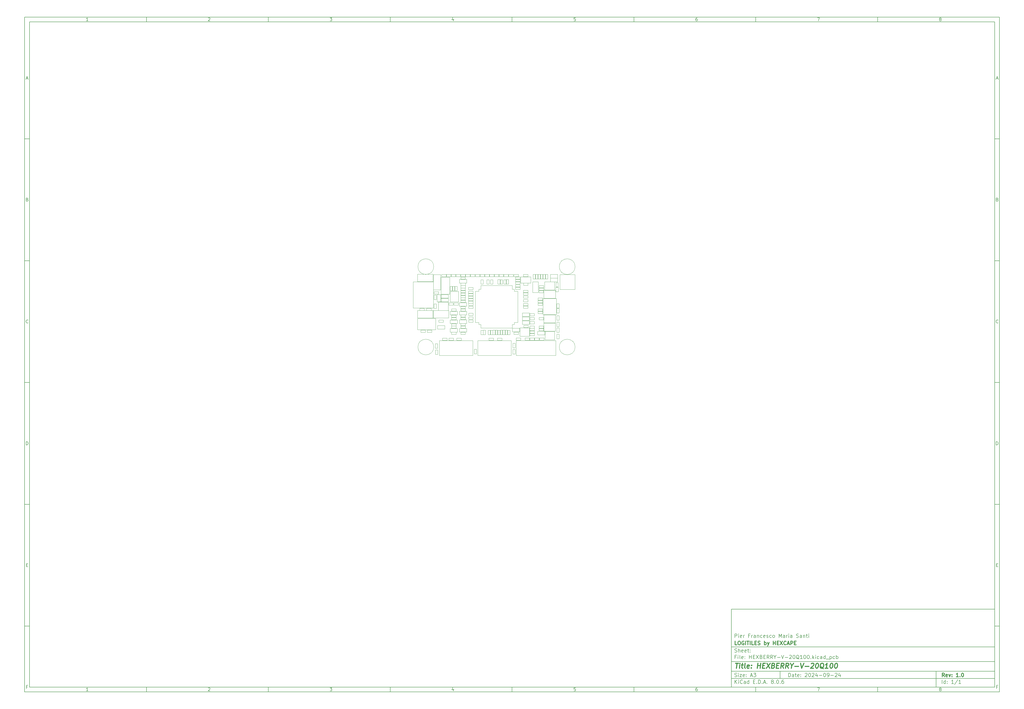
<source format=gbr>
%TF.GenerationSoftware,KiCad,Pcbnew,8.0.6-8.0.6-0~ubuntu24.04.1*%
%TF.CreationDate,2024-11-13T11:48:59+01:00*%
%TF.ProjectId,HEXBERRY-V-20Q100,48455842-4552-4525-992d-562d32305131,1.0*%
%TF.SameCoordinates,PX5f5e100PY5f5e100*%
%TF.FileFunction,Other,User*%
%FSLAX46Y46*%
G04 Gerber Fmt 4.6, Leading zero omitted, Abs format (unit mm)*
G04 Created by KiCad (PCBNEW 8.0.6-8.0.6-0~ubuntu24.04.1) date 2024-11-13 11:48:59*
%MOMM*%
%LPD*%
G01*
G04 APERTURE LIST*
%ADD10C,0.100000*%
%ADD11C,0.150000*%
%ADD12C,0.300000*%
%ADD13C,0.400000*%
%ADD14C,0.050000*%
G04 APERTURE END LIST*
D10*
D11*
X199989000Y-153002200D02*
X307989000Y-153002200D01*
X307989000Y-185002200D01*
X199989000Y-185002200D01*
X199989000Y-153002200D01*
D10*
D11*
X-90000000Y90000000D02*
X309989000Y90000000D01*
X309989000Y-187002200D01*
X-90000000Y-187002200D01*
X-90000000Y90000000D01*
D10*
D11*
X-88000000Y88000000D02*
X307989000Y88000000D01*
X307989000Y-185002200D01*
X-88000000Y-185002200D01*
X-88000000Y88000000D01*
D10*
D11*
X-40000000Y88000000D02*
X-40000000Y90000000D01*
D10*
D11*
X10000000Y88000000D02*
X10000000Y90000000D01*
D10*
D11*
X60000000Y88000000D02*
X60000000Y90000000D01*
D10*
D11*
X110000000Y88000000D02*
X110000000Y90000000D01*
D10*
D11*
X160000000Y88000000D02*
X160000000Y90000000D01*
D10*
D11*
X210000000Y88000000D02*
X210000000Y90000000D01*
D10*
D11*
X260000000Y88000000D02*
X260000000Y90000000D01*
D10*
D11*
X-63910840Y88406396D02*
X-64653697Y88406396D01*
X-64282269Y88406396D02*
X-64282269Y89706396D01*
X-64282269Y89706396D02*
X-64406078Y89520681D01*
X-64406078Y89520681D02*
X-64529888Y89396872D01*
X-64529888Y89396872D02*
X-64653697Y89334967D01*
D10*
D11*
X-14653697Y89582586D02*
X-14591793Y89644491D01*
X-14591793Y89644491D02*
X-14467983Y89706396D01*
X-14467983Y89706396D02*
X-14158459Y89706396D01*
X-14158459Y89706396D02*
X-14034650Y89644491D01*
X-14034650Y89644491D02*
X-13972745Y89582586D01*
X-13972745Y89582586D02*
X-13910840Y89458777D01*
X-13910840Y89458777D02*
X-13910840Y89334967D01*
X-13910840Y89334967D02*
X-13972745Y89149253D01*
X-13972745Y89149253D02*
X-14715602Y88406396D01*
X-14715602Y88406396D02*
X-13910840Y88406396D01*
D10*
D11*
X35284398Y89706396D02*
X36089160Y89706396D01*
X36089160Y89706396D02*
X35655826Y89211158D01*
X35655826Y89211158D02*
X35841541Y89211158D01*
X35841541Y89211158D02*
X35965350Y89149253D01*
X35965350Y89149253D02*
X36027255Y89087348D01*
X36027255Y89087348D02*
X36089160Y88963539D01*
X36089160Y88963539D02*
X36089160Y88654015D01*
X36089160Y88654015D02*
X36027255Y88530205D01*
X36027255Y88530205D02*
X35965350Y88468300D01*
X35965350Y88468300D02*
X35841541Y88406396D01*
X35841541Y88406396D02*
X35470112Y88406396D01*
X35470112Y88406396D02*
X35346303Y88468300D01*
X35346303Y88468300D02*
X35284398Y88530205D01*
D10*
D11*
X85965350Y89273062D02*
X85965350Y88406396D01*
X85655826Y89768300D02*
X85346303Y88839729D01*
X85346303Y88839729D02*
X86151064Y88839729D01*
D10*
D11*
X136027255Y89706396D02*
X135408207Y89706396D01*
X135408207Y89706396D02*
X135346303Y89087348D01*
X135346303Y89087348D02*
X135408207Y89149253D01*
X135408207Y89149253D02*
X135532017Y89211158D01*
X135532017Y89211158D02*
X135841541Y89211158D01*
X135841541Y89211158D02*
X135965350Y89149253D01*
X135965350Y89149253D02*
X136027255Y89087348D01*
X136027255Y89087348D02*
X136089160Y88963539D01*
X136089160Y88963539D02*
X136089160Y88654015D01*
X136089160Y88654015D02*
X136027255Y88530205D01*
X136027255Y88530205D02*
X135965350Y88468300D01*
X135965350Y88468300D02*
X135841541Y88406396D01*
X135841541Y88406396D02*
X135532017Y88406396D01*
X135532017Y88406396D02*
X135408207Y88468300D01*
X135408207Y88468300D02*
X135346303Y88530205D01*
D10*
D11*
X185965350Y89706396D02*
X185717731Y89706396D01*
X185717731Y89706396D02*
X185593922Y89644491D01*
X185593922Y89644491D02*
X185532017Y89582586D01*
X185532017Y89582586D02*
X185408207Y89396872D01*
X185408207Y89396872D02*
X185346303Y89149253D01*
X185346303Y89149253D02*
X185346303Y88654015D01*
X185346303Y88654015D02*
X185408207Y88530205D01*
X185408207Y88530205D02*
X185470112Y88468300D01*
X185470112Y88468300D02*
X185593922Y88406396D01*
X185593922Y88406396D02*
X185841541Y88406396D01*
X185841541Y88406396D02*
X185965350Y88468300D01*
X185965350Y88468300D02*
X186027255Y88530205D01*
X186027255Y88530205D02*
X186089160Y88654015D01*
X186089160Y88654015D02*
X186089160Y88963539D01*
X186089160Y88963539D02*
X186027255Y89087348D01*
X186027255Y89087348D02*
X185965350Y89149253D01*
X185965350Y89149253D02*
X185841541Y89211158D01*
X185841541Y89211158D02*
X185593922Y89211158D01*
X185593922Y89211158D02*
X185470112Y89149253D01*
X185470112Y89149253D02*
X185408207Y89087348D01*
X185408207Y89087348D02*
X185346303Y88963539D01*
D10*
D11*
X235284398Y89706396D02*
X236151064Y89706396D01*
X236151064Y89706396D02*
X235593922Y88406396D01*
D10*
D11*
X285593922Y89149253D02*
X285470112Y89211158D01*
X285470112Y89211158D02*
X285408207Y89273062D01*
X285408207Y89273062D02*
X285346303Y89396872D01*
X285346303Y89396872D02*
X285346303Y89458777D01*
X285346303Y89458777D02*
X285408207Y89582586D01*
X285408207Y89582586D02*
X285470112Y89644491D01*
X285470112Y89644491D02*
X285593922Y89706396D01*
X285593922Y89706396D02*
X285841541Y89706396D01*
X285841541Y89706396D02*
X285965350Y89644491D01*
X285965350Y89644491D02*
X286027255Y89582586D01*
X286027255Y89582586D02*
X286089160Y89458777D01*
X286089160Y89458777D02*
X286089160Y89396872D01*
X286089160Y89396872D02*
X286027255Y89273062D01*
X286027255Y89273062D02*
X285965350Y89211158D01*
X285965350Y89211158D02*
X285841541Y89149253D01*
X285841541Y89149253D02*
X285593922Y89149253D01*
X285593922Y89149253D02*
X285470112Y89087348D01*
X285470112Y89087348D02*
X285408207Y89025443D01*
X285408207Y89025443D02*
X285346303Y88901634D01*
X285346303Y88901634D02*
X285346303Y88654015D01*
X285346303Y88654015D02*
X285408207Y88530205D01*
X285408207Y88530205D02*
X285470112Y88468300D01*
X285470112Y88468300D02*
X285593922Y88406396D01*
X285593922Y88406396D02*
X285841541Y88406396D01*
X285841541Y88406396D02*
X285965350Y88468300D01*
X285965350Y88468300D02*
X286027255Y88530205D01*
X286027255Y88530205D02*
X286089160Y88654015D01*
X286089160Y88654015D02*
X286089160Y88901634D01*
X286089160Y88901634D02*
X286027255Y89025443D01*
X286027255Y89025443D02*
X285965350Y89087348D01*
X285965350Y89087348D02*
X285841541Y89149253D01*
D10*
D11*
X-40000000Y-185002200D02*
X-40000000Y-187002200D01*
D10*
D11*
X10000000Y-185002200D02*
X10000000Y-187002200D01*
D10*
D11*
X60000000Y-185002200D02*
X60000000Y-187002200D01*
D10*
D11*
X110000000Y-185002200D02*
X110000000Y-187002200D01*
D10*
D11*
X160000000Y-185002200D02*
X160000000Y-187002200D01*
D10*
D11*
X210000000Y-185002200D02*
X210000000Y-187002200D01*
D10*
D11*
X260000000Y-185002200D02*
X260000000Y-187002200D01*
D10*
D11*
X-63910840Y-186595804D02*
X-64653697Y-186595804D01*
X-64282269Y-186595804D02*
X-64282269Y-185295804D01*
X-64282269Y-185295804D02*
X-64406078Y-185481519D01*
X-64406078Y-185481519D02*
X-64529888Y-185605328D01*
X-64529888Y-185605328D02*
X-64653697Y-185667233D01*
D10*
D11*
X-14653697Y-185419614D02*
X-14591793Y-185357709D01*
X-14591793Y-185357709D02*
X-14467983Y-185295804D01*
X-14467983Y-185295804D02*
X-14158459Y-185295804D01*
X-14158459Y-185295804D02*
X-14034650Y-185357709D01*
X-14034650Y-185357709D02*
X-13972745Y-185419614D01*
X-13972745Y-185419614D02*
X-13910840Y-185543423D01*
X-13910840Y-185543423D02*
X-13910840Y-185667233D01*
X-13910840Y-185667233D02*
X-13972745Y-185852947D01*
X-13972745Y-185852947D02*
X-14715602Y-186595804D01*
X-14715602Y-186595804D02*
X-13910840Y-186595804D01*
D10*
D11*
X35284398Y-185295804D02*
X36089160Y-185295804D01*
X36089160Y-185295804D02*
X35655826Y-185791042D01*
X35655826Y-185791042D02*
X35841541Y-185791042D01*
X35841541Y-185791042D02*
X35965350Y-185852947D01*
X35965350Y-185852947D02*
X36027255Y-185914852D01*
X36027255Y-185914852D02*
X36089160Y-186038661D01*
X36089160Y-186038661D02*
X36089160Y-186348185D01*
X36089160Y-186348185D02*
X36027255Y-186471995D01*
X36027255Y-186471995D02*
X35965350Y-186533900D01*
X35965350Y-186533900D02*
X35841541Y-186595804D01*
X35841541Y-186595804D02*
X35470112Y-186595804D01*
X35470112Y-186595804D02*
X35346303Y-186533900D01*
X35346303Y-186533900D02*
X35284398Y-186471995D01*
D10*
D11*
X85965350Y-185729138D02*
X85965350Y-186595804D01*
X85655826Y-185233900D02*
X85346303Y-186162471D01*
X85346303Y-186162471D02*
X86151064Y-186162471D01*
D10*
D11*
X136027255Y-185295804D02*
X135408207Y-185295804D01*
X135408207Y-185295804D02*
X135346303Y-185914852D01*
X135346303Y-185914852D02*
X135408207Y-185852947D01*
X135408207Y-185852947D02*
X135532017Y-185791042D01*
X135532017Y-185791042D02*
X135841541Y-185791042D01*
X135841541Y-185791042D02*
X135965350Y-185852947D01*
X135965350Y-185852947D02*
X136027255Y-185914852D01*
X136027255Y-185914852D02*
X136089160Y-186038661D01*
X136089160Y-186038661D02*
X136089160Y-186348185D01*
X136089160Y-186348185D02*
X136027255Y-186471995D01*
X136027255Y-186471995D02*
X135965350Y-186533900D01*
X135965350Y-186533900D02*
X135841541Y-186595804D01*
X135841541Y-186595804D02*
X135532017Y-186595804D01*
X135532017Y-186595804D02*
X135408207Y-186533900D01*
X135408207Y-186533900D02*
X135346303Y-186471995D01*
D10*
D11*
X185965350Y-185295804D02*
X185717731Y-185295804D01*
X185717731Y-185295804D02*
X185593922Y-185357709D01*
X185593922Y-185357709D02*
X185532017Y-185419614D01*
X185532017Y-185419614D02*
X185408207Y-185605328D01*
X185408207Y-185605328D02*
X185346303Y-185852947D01*
X185346303Y-185852947D02*
X185346303Y-186348185D01*
X185346303Y-186348185D02*
X185408207Y-186471995D01*
X185408207Y-186471995D02*
X185470112Y-186533900D01*
X185470112Y-186533900D02*
X185593922Y-186595804D01*
X185593922Y-186595804D02*
X185841541Y-186595804D01*
X185841541Y-186595804D02*
X185965350Y-186533900D01*
X185965350Y-186533900D02*
X186027255Y-186471995D01*
X186027255Y-186471995D02*
X186089160Y-186348185D01*
X186089160Y-186348185D02*
X186089160Y-186038661D01*
X186089160Y-186038661D02*
X186027255Y-185914852D01*
X186027255Y-185914852D02*
X185965350Y-185852947D01*
X185965350Y-185852947D02*
X185841541Y-185791042D01*
X185841541Y-185791042D02*
X185593922Y-185791042D01*
X185593922Y-185791042D02*
X185470112Y-185852947D01*
X185470112Y-185852947D02*
X185408207Y-185914852D01*
X185408207Y-185914852D02*
X185346303Y-186038661D01*
D10*
D11*
X235284398Y-185295804D02*
X236151064Y-185295804D01*
X236151064Y-185295804D02*
X235593922Y-186595804D01*
D10*
D11*
X285593922Y-185852947D02*
X285470112Y-185791042D01*
X285470112Y-185791042D02*
X285408207Y-185729138D01*
X285408207Y-185729138D02*
X285346303Y-185605328D01*
X285346303Y-185605328D02*
X285346303Y-185543423D01*
X285346303Y-185543423D02*
X285408207Y-185419614D01*
X285408207Y-185419614D02*
X285470112Y-185357709D01*
X285470112Y-185357709D02*
X285593922Y-185295804D01*
X285593922Y-185295804D02*
X285841541Y-185295804D01*
X285841541Y-185295804D02*
X285965350Y-185357709D01*
X285965350Y-185357709D02*
X286027255Y-185419614D01*
X286027255Y-185419614D02*
X286089160Y-185543423D01*
X286089160Y-185543423D02*
X286089160Y-185605328D01*
X286089160Y-185605328D02*
X286027255Y-185729138D01*
X286027255Y-185729138D02*
X285965350Y-185791042D01*
X285965350Y-185791042D02*
X285841541Y-185852947D01*
X285841541Y-185852947D02*
X285593922Y-185852947D01*
X285593922Y-185852947D02*
X285470112Y-185914852D01*
X285470112Y-185914852D02*
X285408207Y-185976757D01*
X285408207Y-185976757D02*
X285346303Y-186100566D01*
X285346303Y-186100566D02*
X285346303Y-186348185D01*
X285346303Y-186348185D02*
X285408207Y-186471995D01*
X285408207Y-186471995D02*
X285470112Y-186533900D01*
X285470112Y-186533900D02*
X285593922Y-186595804D01*
X285593922Y-186595804D02*
X285841541Y-186595804D01*
X285841541Y-186595804D02*
X285965350Y-186533900D01*
X285965350Y-186533900D02*
X286027255Y-186471995D01*
X286027255Y-186471995D02*
X286089160Y-186348185D01*
X286089160Y-186348185D02*
X286089160Y-186100566D01*
X286089160Y-186100566D02*
X286027255Y-185976757D01*
X286027255Y-185976757D02*
X285965350Y-185914852D01*
X285965350Y-185914852D02*
X285841541Y-185852947D01*
D10*
D11*
X-90000000Y40000000D02*
X-88000000Y40000000D01*
D10*
D11*
X-90000000Y-10000000D02*
X-88000000Y-10000000D01*
D10*
D11*
X-90000000Y-60000000D02*
X-88000000Y-60000000D01*
D10*
D11*
X-90000000Y-110000000D02*
X-88000000Y-110000000D01*
D10*
D11*
X-90000000Y-160000000D02*
X-88000000Y-160000000D01*
D10*
D11*
X-89309524Y64777824D02*
X-88690477Y64777824D01*
X-89433334Y64406396D02*
X-89000001Y65706396D01*
X-89000001Y65706396D02*
X-88566667Y64406396D01*
D10*
D11*
X-88907143Y15087348D02*
X-88721429Y15025443D01*
X-88721429Y15025443D02*
X-88659524Y14963539D01*
X-88659524Y14963539D02*
X-88597620Y14839729D01*
X-88597620Y14839729D02*
X-88597620Y14654015D01*
X-88597620Y14654015D02*
X-88659524Y14530205D01*
X-88659524Y14530205D02*
X-88721429Y14468300D01*
X-88721429Y14468300D02*
X-88845239Y14406396D01*
X-88845239Y14406396D02*
X-89340477Y14406396D01*
X-89340477Y14406396D02*
X-89340477Y15706396D01*
X-89340477Y15706396D02*
X-88907143Y15706396D01*
X-88907143Y15706396D02*
X-88783334Y15644491D01*
X-88783334Y15644491D02*
X-88721429Y15582586D01*
X-88721429Y15582586D02*
X-88659524Y15458777D01*
X-88659524Y15458777D02*
X-88659524Y15334967D01*
X-88659524Y15334967D02*
X-88721429Y15211158D01*
X-88721429Y15211158D02*
X-88783334Y15149253D01*
X-88783334Y15149253D02*
X-88907143Y15087348D01*
X-88907143Y15087348D02*
X-89340477Y15087348D01*
D10*
D11*
X-88597620Y-35469795D02*
X-88659524Y-35531700D01*
X-88659524Y-35531700D02*
X-88845239Y-35593604D01*
X-88845239Y-35593604D02*
X-88969048Y-35593604D01*
X-88969048Y-35593604D02*
X-89154762Y-35531700D01*
X-89154762Y-35531700D02*
X-89278572Y-35407890D01*
X-89278572Y-35407890D02*
X-89340477Y-35284080D01*
X-89340477Y-35284080D02*
X-89402381Y-35036461D01*
X-89402381Y-35036461D02*
X-89402381Y-34850747D01*
X-89402381Y-34850747D02*
X-89340477Y-34603128D01*
X-89340477Y-34603128D02*
X-89278572Y-34479319D01*
X-89278572Y-34479319D02*
X-89154762Y-34355509D01*
X-89154762Y-34355509D02*
X-88969048Y-34293604D01*
X-88969048Y-34293604D02*
X-88845239Y-34293604D01*
X-88845239Y-34293604D02*
X-88659524Y-34355509D01*
X-88659524Y-34355509D02*
X-88597620Y-34417414D01*
D10*
D11*
X-89340477Y-85593604D02*
X-89340477Y-84293604D01*
X-89340477Y-84293604D02*
X-89030953Y-84293604D01*
X-89030953Y-84293604D02*
X-88845239Y-84355509D01*
X-88845239Y-84355509D02*
X-88721429Y-84479319D01*
X-88721429Y-84479319D02*
X-88659524Y-84603128D01*
X-88659524Y-84603128D02*
X-88597620Y-84850747D01*
X-88597620Y-84850747D02*
X-88597620Y-85036461D01*
X-88597620Y-85036461D02*
X-88659524Y-85284080D01*
X-88659524Y-85284080D02*
X-88721429Y-85407890D01*
X-88721429Y-85407890D02*
X-88845239Y-85531700D01*
X-88845239Y-85531700D02*
X-89030953Y-85593604D01*
X-89030953Y-85593604D02*
X-89340477Y-85593604D01*
D10*
D11*
X-89278572Y-134912652D02*
X-88845238Y-134912652D01*
X-88659524Y-135593604D02*
X-89278572Y-135593604D01*
X-89278572Y-135593604D02*
X-89278572Y-134293604D01*
X-89278572Y-134293604D02*
X-88659524Y-134293604D01*
D10*
D11*
X-88814286Y-184912652D02*
X-89247620Y-184912652D01*
X-89247620Y-185593604D02*
X-89247620Y-184293604D01*
X-89247620Y-184293604D02*
X-88628572Y-184293604D01*
D10*
D11*
X309989000Y40000000D02*
X307989000Y40000000D01*
D10*
D11*
X309989000Y-10000000D02*
X307989000Y-10000000D01*
D10*
D11*
X309989000Y-60000000D02*
X307989000Y-60000000D01*
D10*
D11*
X309989000Y-110000000D02*
X307989000Y-110000000D01*
D10*
D11*
X309989000Y-160000000D02*
X307989000Y-160000000D01*
D10*
D11*
X308679476Y64777824D02*
X309298523Y64777824D01*
X308555666Y64406396D02*
X308988999Y65706396D01*
X308988999Y65706396D02*
X309422333Y64406396D01*
D10*
D11*
X309081857Y15087348D02*
X309267571Y15025443D01*
X309267571Y15025443D02*
X309329476Y14963539D01*
X309329476Y14963539D02*
X309391380Y14839729D01*
X309391380Y14839729D02*
X309391380Y14654015D01*
X309391380Y14654015D02*
X309329476Y14530205D01*
X309329476Y14530205D02*
X309267571Y14468300D01*
X309267571Y14468300D02*
X309143761Y14406396D01*
X309143761Y14406396D02*
X308648523Y14406396D01*
X308648523Y14406396D02*
X308648523Y15706396D01*
X308648523Y15706396D02*
X309081857Y15706396D01*
X309081857Y15706396D02*
X309205666Y15644491D01*
X309205666Y15644491D02*
X309267571Y15582586D01*
X309267571Y15582586D02*
X309329476Y15458777D01*
X309329476Y15458777D02*
X309329476Y15334967D01*
X309329476Y15334967D02*
X309267571Y15211158D01*
X309267571Y15211158D02*
X309205666Y15149253D01*
X309205666Y15149253D02*
X309081857Y15087348D01*
X309081857Y15087348D02*
X308648523Y15087348D01*
D10*
D11*
X309391380Y-35469795D02*
X309329476Y-35531700D01*
X309329476Y-35531700D02*
X309143761Y-35593604D01*
X309143761Y-35593604D02*
X309019952Y-35593604D01*
X309019952Y-35593604D02*
X308834238Y-35531700D01*
X308834238Y-35531700D02*
X308710428Y-35407890D01*
X308710428Y-35407890D02*
X308648523Y-35284080D01*
X308648523Y-35284080D02*
X308586619Y-35036461D01*
X308586619Y-35036461D02*
X308586619Y-34850747D01*
X308586619Y-34850747D02*
X308648523Y-34603128D01*
X308648523Y-34603128D02*
X308710428Y-34479319D01*
X308710428Y-34479319D02*
X308834238Y-34355509D01*
X308834238Y-34355509D02*
X309019952Y-34293604D01*
X309019952Y-34293604D02*
X309143761Y-34293604D01*
X309143761Y-34293604D02*
X309329476Y-34355509D01*
X309329476Y-34355509D02*
X309391380Y-34417414D01*
D10*
D11*
X308648523Y-85593604D02*
X308648523Y-84293604D01*
X308648523Y-84293604D02*
X308958047Y-84293604D01*
X308958047Y-84293604D02*
X309143761Y-84355509D01*
X309143761Y-84355509D02*
X309267571Y-84479319D01*
X309267571Y-84479319D02*
X309329476Y-84603128D01*
X309329476Y-84603128D02*
X309391380Y-84850747D01*
X309391380Y-84850747D02*
X309391380Y-85036461D01*
X309391380Y-85036461D02*
X309329476Y-85284080D01*
X309329476Y-85284080D02*
X309267571Y-85407890D01*
X309267571Y-85407890D02*
X309143761Y-85531700D01*
X309143761Y-85531700D02*
X308958047Y-85593604D01*
X308958047Y-85593604D02*
X308648523Y-85593604D01*
D10*
D11*
X308710428Y-134912652D02*
X309143762Y-134912652D01*
X309329476Y-135593604D02*
X308710428Y-135593604D01*
X308710428Y-135593604D02*
X308710428Y-134293604D01*
X308710428Y-134293604D02*
X309329476Y-134293604D01*
D10*
D11*
X309174714Y-184912652D02*
X308741380Y-184912652D01*
X308741380Y-185593604D02*
X308741380Y-184293604D01*
X308741380Y-184293604D02*
X309360428Y-184293604D01*
D10*
D11*
X223444826Y-180788328D02*
X223444826Y-179288328D01*
X223444826Y-179288328D02*
X223801969Y-179288328D01*
X223801969Y-179288328D02*
X224016255Y-179359757D01*
X224016255Y-179359757D02*
X224159112Y-179502614D01*
X224159112Y-179502614D02*
X224230541Y-179645471D01*
X224230541Y-179645471D02*
X224301969Y-179931185D01*
X224301969Y-179931185D02*
X224301969Y-180145471D01*
X224301969Y-180145471D02*
X224230541Y-180431185D01*
X224230541Y-180431185D02*
X224159112Y-180574042D01*
X224159112Y-180574042D02*
X224016255Y-180716900D01*
X224016255Y-180716900D02*
X223801969Y-180788328D01*
X223801969Y-180788328D02*
X223444826Y-180788328D01*
X225587684Y-180788328D02*
X225587684Y-180002614D01*
X225587684Y-180002614D02*
X225516255Y-179859757D01*
X225516255Y-179859757D02*
X225373398Y-179788328D01*
X225373398Y-179788328D02*
X225087684Y-179788328D01*
X225087684Y-179788328D02*
X224944826Y-179859757D01*
X225587684Y-180716900D02*
X225444826Y-180788328D01*
X225444826Y-180788328D02*
X225087684Y-180788328D01*
X225087684Y-180788328D02*
X224944826Y-180716900D01*
X224944826Y-180716900D02*
X224873398Y-180574042D01*
X224873398Y-180574042D02*
X224873398Y-180431185D01*
X224873398Y-180431185D02*
X224944826Y-180288328D01*
X224944826Y-180288328D02*
X225087684Y-180216900D01*
X225087684Y-180216900D02*
X225444826Y-180216900D01*
X225444826Y-180216900D02*
X225587684Y-180145471D01*
X226087684Y-179788328D02*
X226659112Y-179788328D01*
X226301969Y-179288328D02*
X226301969Y-180574042D01*
X226301969Y-180574042D02*
X226373398Y-180716900D01*
X226373398Y-180716900D02*
X226516255Y-180788328D01*
X226516255Y-180788328D02*
X226659112Y-180788328D01*
X227730541Y-180716900D02*
X227587684Y-180788328D01*
X227587684Y-180788328D02*
X227301970Y-180788328D01*
X227301970Y-180788328D02*
X227159112Y-180716900D01*
X227159112Y-180716900D02*
X227087684Y-180574042D01*
X227087684Y-180574042D02*
X227087684Y-180002614D01*
X227087684Y-180002614D02*
X227159112Y-179859757D01*
X227159112Y-179859757D02*
X227301970Y-179788328D01*
X227301970Y-179788328D02*
X227587684Y-179788328D01*
X227587684Y-179788328D02*
X227730541Y-179859757D01*
X227730541Y-179859757D02*
X227801970Y-180002614D01*
X227801970Y-180002614D02*
X227801970Y-180145471D01*
X227801970Y-180145471D02*
X227087684Y-180288328D01*
X228444826Y-180645471D02*
X228516255Y-180716900D01*
X228516255Y-180716900D02*
X228444826Y-180788328D01*
X228444826Y-180788328D02*
X228373398Y-180716900D01*
X228373398Y-180716900D02*
X228444826Y-180645471D01*
X228444826Y-180645471D02*
X228444826Y-180788328D01*
X228444826Y-179859757D02*
X228516255Y-179931185D01*
X228516255Y-179931185D02*
X228444826Y-180002614D01*
X228444826Y-180002614D02*
X228373398Y-179931185D01*
X228373398Y-179931185D02*
X228444826Y-179859757D01*
X228444826Y-179859757D02*
X228444826Y-180002614D01*
X230230541Y-179431185D02*
X230301969Y-179359757D01*
X230301969Y-179359757D02*
X230444827Y-179288328D01*
X230444827Y-179288328D02*
X230801969Y-179288328D01*
X230801969Y-179288328D02*
X230944827Y-179359757D01*
X230944827Y-179359757D02*
X231016255Y-179431185D01*
X231016255Y-179431185D02*
X231087684Y-179574042D01*
X231087684Y-179574042D02*
X231087684Y-179716900D01*
X231087684Y-179716900D02*
X231016255Y-179931185D01*
X231016255Y-179931185D02*
X230159112Y-180788328D01*
X230159112Y-180788328D02*
X231087684Y-180788328D01*
X232016255Y-179288328D02*
X232159112Y-179288328D01*
X232159112Y-179288328D02*
X232301969Y-179359757D01*
X232301969Y-179359757D02*
X232373398Y-179431185D01*
X232373398Y-179431185D02*
X232444826Y-179574042D01*
X232444826Y-179574042D02*
X232516255Y-179859757D01*
X232516255Y-179859757D02*
X232516255Y-180216900D01*
X232516255Y-180216900D02*
X232444826Y-180502614D01*
X232444826Y-180502614D02*
X232373398Y-180645471D01*
X232373398Y-180645471D02*
X232301969Y-180716900D01*
X232301969Y-180716900D02*
X232159112Y-180788328D01*
X232159112Y-180788328D02*
X232016255Y-180788328D01*
X232016255Y-180788328D02*
X231873398Y-180716900D01*
X231873398Y-180716900D02*
X231801969Y-180645471D01*
X231801969Y-180645471D02*
X231730540Y-180502614D01*
X231730540Y-180502614D02*
X231659112Y-180216900D01*
X231659112Y-180216900D02*
X231659112Y-179859757D01*
X231659112Y-179859757D02*
X231730540Y-179574042D01*
X231730540Y-179574042D02*
X231801969Y-179431185D01*
X231801969Y-179431185D02*
X231873398Y-179359757D01*
X231873398Y-179359757D02*
X232016255Y-179288328D01*
X233087683Y-179431185D02*
X233159111Y-179359757D01*
X233159111Y-179359757D02*
X233301969Y-179288328D01*
X233301969Y-179288328D02*
X233659111Y-179288328D01*
X233659111Y-179288328D02*
X233801969Y-179359757D01*
X233801969Y-179359757D02*
X233873397Y-179431185D01*
X233873397Y-179431185D02*
X233944826Y-179574042D01*
X233944826Y-179574042D02*
X233944826Y-179716900D01*
X233944826Y-179716900D02*
X233873397Y-179931185D01*
X233873397Y-179931185D02*
X233016254Y-180788328D01*
X233016254Y-180788328D02*
X233944826Y-180788328D01*
X235230540Y-179788328D02*
X235230540Y-180788328D01*
X234873397Y-179216900D02*
X234516254Y-180288328D01*
X234516254Y-180288328D02*
X235444825Y-180288328D01*
X236016253Y-180216900D02*
X237159111Y-180216900D01*
X238159111Y-179288328D02*
X238301968Y-179288328D01*
X238301968Y-179288328D02*
X238444825Y-179359757D01*
X238444825Y-179359757D02*
X238516254Y-179431185D01*
X238516254Y-179431185D02*
X238587682Y-179574042D01*
X238587682Y-179574042D02*
X238659111Y-179859757D01*
X238659111Y-179859757D02*
X238659111Y-180216900D01*
X238659111Y-180216900D02*
X238587682Y-180502614D01*
X238587682Y-180502614D02*
X238516254Y-180645471D01*
X238516254Y-180645471D02*
X238444825Y-180716900D01*
X238444825Y-180716900D02*
X238301968Y-180788328D01*
X238301968Y-180788328D02*
X238159111Y-180788328D01*
X238159111Y-180788328D02*
X238016254Y-180716900D01*
X238016254Y-180716900D02*
X237944825Y-180645471D01*
X237944825Y-180645471D02*
X237873396Y-180502614D01*
X237873396Y-180502614D02*
X237801968Y-180216900D01*
X237801968Y-180216900D02*
X237801968Y-179859757D01*
X237801968Y-179859757D02*
X237873396Y-179574042D01*
X237873396Y-179574042D02*
X237944825Y-179431185D01*
X237944825Y-179431185D02*
X238016254Y-179359757D01*
X238016254Y-179359757D02*
X238159111Y-179288328D01*
X239373396Y-180788328D02*
X239659110Y-180788328D01*
X239659110Y-180788328D02*
X239801967Y-180716900D01*
X239801967Y-180716900D02*
X239873396Y-180645471D01*
X239873396Y-180645471D02*
X240016253Y-180431185D01*
X240016253Y-180431185D02*
X240087682Y-180145471D01*
X240087682Y-180145471D02*
X240087682Y-179574042D01*
X240087682Y-179574042D02*
X240016253Y-179431185D01*
X240016253Y-179431185D02*
X239944825Y-179359757D01*
X239944825Y-179359757D02*
X239801967Y-179288328D01*
X239801967Y-179288328D02*
X239516253Y-179288328D01*
X239516253Y-179288328D02*
X239373396Y-179359757D01*
X239373396Y-179359757D02*
X239301967Y-179431185D01*
X239301967Y-179431185D02*
X239230539Y-179574042D01*
X239230539Y-179574042D02*
X239230539Y-179931185D01*
X239230539Y-179931185D02*
X239301967Y-180074042D01*
X239301967Y-180074042D02*
X239373396Y-180145471D01*
X239373396Y-180145471D02*
X239516253Y-180216900D01*
X239516253Y-180216900D02*
X239801967Y-180216900D01*
X239801967Y-180216900D02*
X239944825Y-180145471D01*
X239944825Y-180145471D02*
X240016253Y-180074042D01*
X240016253Y-180074042D02*
X240087682Y-179931185D01*
X240730538Y-180216900D02*
X241873396Y-180216900D01*
X242516253Y-179431185D02*
X242587681Y-179359757D01*
X242587681Y-179359757D02*
X242730539Y-179288328D01*
X242730539Y-179288328D02*
X243087681Y-179288328D01*
X243087681Y-179288328D02*
X243230539Y-179359757D01*
X243230539Y-179359757D02*
X243301967Y-179431185D01*
X243301967Y-179431185D02*
X243373396Y-179574042D01*
X243373396Y-179574042D02*
X243373396Y-179716900D01*
X243373396Y-179716900D02*
X243301967Y-179931185D01*
X243301967Y-179931185D02*
X242444824Y-180788328D01*
X242444824Y-180788328D02*
X243373396Y-180788328D01*
X244659110Y-179788328D02*
X244659110Y-180788328D01*
X244301967Y-179216900D02*
X243944824Y-180288328D01*
X243944824Y-180288328D02*
X244873395Y-180288328D01*
D10*
D11*
X199989000Y-181502200D02*
X307989000Y-181502200D01*
D10*
D11*
X201444826Y-183588328D02*
X201444826Y-182088328D01*
X202301969Y-183588328D02*
X201659112Y-182731185D01*
X202301969Y-182088328D02*
X201444826Y-182945471D01*
X202944826Y-183588328D02*
X202944826Y-182588328D01*
X202944826Y-182088328D02*
X202873398Y-182159757D01*
X202873398Y-182159757D02*
X202944826Y-182231185D01*
X202944826Y-182231185D02*
X203016255Y-182159757D01*
X203016255Y-182159757D02*
X202944826Y-182088328D01*
X202944826Y-182088328D02*
X202944826Y-182231185D01*
X204516255Y-183445471D02*
X204444827Y-183516900D01*
X204444827Y-183516900D02*
X204230541Y-183588328D01*
X204230541Y-183588328D02*
X204087684Y-183588328D01*
X204087684Y-183588328D02*
X203873398Y-183516900D01*
X203873398Y-183516900D02*
X203730541Y-183374042D01*
X203730541Y-183374042D02*
X203659112Y-183231185D01*
X203659112Y-183231185D02*
X203587684Y-182945471D01*
X203587684Y-182945471D02*
X203587684Y-182731185D01*
X203587684Y-182731185D02*
X203659112Y-182445471D01*
X203659112Y-182445471D02*
X203730541Y-182302614D01*
X203730541Y-182302614D02*
X203873398Y-182159757D01*
X203873398Y-182159757D02*
X204087684Y-182088328D01*
X204087684Y-182088328D02*
X204230541Y-182088328D01*
X204230541Y-182088328D02*
X204444827Y-182159757D01*
X204444827Y-182159757D02*
X204516255Y-182231185D01*
X205801970Y-183588328D02*
X205801970Y-182802614D01*
X205801970Y-182802614D02*
X205730541Y-182659757D01*
X205730541Y-182659757D02*
X205587684Y-182588328D01*
X205587684Y-182588328D02*
X205301970Y-182588328D01*
X205301970Y-182588328D02*
X205159112Y-182659757D01*
X205801970Y-183516900D02*
X205659112Y-183588328D01*
X205659112Y-183588328D02*
X205301970Y-183588328D01*
X205301970Y-183588328D02*
X205159112Y-183516900D01*
X205159112Y-183516900D02*
X205087684Y-183374042D01*
X205087684Y-183374042D02*
X205087684Y-183231185D01*
X205087684Y-183231185D02*
X205159112Y-183088328D01*
X205159112Y-183088328D02*
X205301970Y-183016900D01*
X205301970Y-183016900D02*
X205659112Y-183016900D01*
X205659112Y-183016900D02*
X205801970Y-182945471D01*
X207159113Y-183588328D02*
X207159113Y-182088328D01*
X207159113Y-183516900D02*
X207016255Y-183588328D01*
X207016255Y-183588328D02*
X206730541Y-183588328D01*
X206730541Y-183588328D02*
X206587684Y-183516900D01*
X206587684Y-183516900D02*
X206516255Y-183445471D01*
X206516255Y-183445471D02*
X206444827Y-183302614D01*
X206444827Y-183302614D02*
X206444827Y-182874042D01*
X206444827Y-182874042D02*
X206516255Y-182731185D01*
X206516255Y-182731185D02*
X206587684Y-182659757D01*
X206587684Y-182659757D02*
X206730541Y-182588328D01*
X206730541Y-182588328D02*
X207016255Y-182588328D01*
X207016255Y-182588328D02*
X207159113Y-182659757D01*
X209016255Y-182802614D02*
X209516255Y-182802614D01*
X209730541Y-183588328D02*
X209016255Y-183588328D01*
X209016255Y-183588328D02*
X209016255Y-182088328D01*
X209016255Y-182088328D02*
X209730541Y-182088328D01*
X210373398Y-183445471D02*
X210444827Y-183516900D01*
X210444827Y-183516900D02*
X210373398Y-183588328D01*
X210373398Y-183588328D02*
X210301970Y-183516900D01*
X210301970Y-183516900D02*
X210373398Y-183445471D01*
X210373398Y-183445471D02*
X210373398Y-183588328D01*
X211087684Y-183588328D02*
X211087684Y-182088328D01*
X211087684Y-182088328D02*
X211444827Y-182088328D01*
X211444827Y-182088328D02*
X211659113Y-182159757D01*
X211659113Y-182159757D02*
X211801970Y-182302614D01*
X211801970Y-182302614D02*
X211873399Y-182445471D01*
X211873399Y-182445471D02*
X211944827Y-182731185D01*
X211944827Y-182731185D02*
X211944827Y-182945471D01*
X211944827Y-182945471D02*
X211873399Y-183231185D01*
X211873399Y-183231185D02*
X211801970Y-183374042D01*
X211801970Y-183374042D02*
X211659113Y-183516900D01*
X211659113Y-183516900D02*
X211444827Y-183588328D01*
X211444827Y-183588328D02*
X211087684Y-183588328D01*
X212587684Y-183445471D02*
X212659113Y-183516900D01*
X212659113Y-183516900D02*
X212587684Y-183588328D01*
X212587684Y-183588328D02*
X212516256Y-183516900D01*
X212516256Y-183516900D02*
X212587684Y-183445471D01*
X212587684Y-183445471D02*
X212587684Y-183588328D01*
X213230542Y-183159757D02*
X213944828Y-183159757D01*
X213087685Y-183588328D02*
X213587685Y-182088328D01*
X213587685Y-182088328D02*
X214087685Y-183588328D01*
X214587684Y-183445471D02*
X214659113Y-183516900D01*
X214659113Y-183516900D02*
X214587684Y-183588328D01*
X214587684Y-183588328D02*
X214516256Y-183516900D01*
X214516256Y-183516900D02*
X214587684Y-183445471D01*
X214587684Y-183445471D02*
X214587684Y-183588328D01*
X216659113Y-182731185D02*
X216516256Y-182659757D01*
X216516256Y-182659757D02*
X216444827Y-182588328D01*
X216444827Y-182588328D02*
X216373399Y-182445471D01*
X216373399Y-182445471D02*
X216373399Y-182374042D01*
X216373399Y-182374042D02*
X216444827Y-182231185D01*
X216444827Y-182231185D02*
X216516256Y-182159757D01*
X216516256Y-182159757D02*
X216659113Y-182088328D01*
X216659113Y-182088328D02*
X216944827Y-182088328D01*
X216944827Y-182088328D02*
X217087685Y-182159757D01*
X217087685Y-182159757D02*
X217159113Y-182231185D01*
X217159113Y-182231185D02*
X217230542Y-182374042D01*
X217230542Y-182374042D02*
X217230542Y-182445471D01*
X217230542Y-182445471D02*
X217159113Y-182588328D01*
X217159113Y-182588328D02*
X217087685Y-182659757D01*
X217087685Y-182659757D02*
X216944827Y-182731185D01*
X216944827Y-182731185D02*
X216659113Y-182731185D01*
X216659113Y-182731185D02*
X216516256Y-182802614D01*
X216516256Y-182802614D02*
X216444827Y-182874042D01*
X216444827Y-182874042D02*
X216373399Y-183016900D01*
X216373399Y-183016900D02*
X216373399Y-183302614D01*
X216373399Y-183302614D02*
X216444827Y-183445471D01*
X216444827Y-183445471D02*
X216516256Y-183516900D01*
X216516256Y-183516900D02*
X216659113Y-183588328D01*
X216659113Y-183588328D02*
X216944827Y-183588328D01*
X216944827Y-183588328D02*
X217087685Y-183516900D01*
X217087685Y-183516900D02*
X217159113Y-183445471D01*
X217159113Y-183445471D02*
X217230542Y-183302614D01*
X217230542Y-183302614D02*
X217230542Y-183016900D01*
X217230542Y-183016900D02*
X217159113Y-182874042D01*
X217159113Y-182874042D02*
X217087685Y-182802614D01*
X217087685Y-182802614D02*
X216944827Y-182731185D01*
X217873398Y-183445471D02*
X217944827Y-183516900D01*
X217944827Y-183516900D02*
X217873398Y-183588328D01*
X217873398Y-183588328D02*
X217801970Y-183516900D01*
X217801970Y-183516900D02*
X217873398Y-183445471D01*
X217873398Y-183445471D02*
X217873398Y-183588328D01*
X218873399Y-182088328D02*
X219016256Y-182088328D01*
X219016256Y-182088328D02*
X219159113Y-182159757D01*
X219159113Y-182159757D02*
X219230542Y-182231185D01*
X219230542Y-182231185D02*
X219301970Y-182374042D01*
X219301970Y-182374042D02*
X219373399Y-182659757D01*
X219373399Y-182659757D02*
X219373399Y-183016900D01*
X219373399Y-183016900D02*
X219301970Y-183302614D01*
X219301970Y-183302614D02*
X219230542Y-183445471D01*
X219230542Y-183445471D02*
X219159113Y-183516900D01*
X219159113Y-183516900D02*
X219016256Y-183588328D01*
X219016256Y-183588328D02*
X218873399Y-183588328D01*
X218873399Y-183588328D02*
X218730542Y-183516900D01*
X218730542Y-183516900D02*
X218659113Y-183445471D01*
X218659113Y-183445471D02*
X218587684Y-183302614D01*
X218587684Y-183302614D02*
X218516256Y-183016900D01*
X218516256Y-183016900D02*
X218516256Y-182659757D01*
X218516256Y-182659757D02*
X218587684Y-182374042D01*
X218587684Y-182374042D02*
X218659113Y-182231185D01*
X218659113Y-182231185D02*
X218730542Y-182159757D01*
X218730542Y-182159757D02*
X218873399Y-182088328D01*
X220016255Y-183445471D02*
X220087684Y-183516900D01*
X220087684Y-183516900D02*
X220016255Y-183588328D01*
X220016255Y-183588328D02*
X219944827Y-183516900D01*
X219944827Y-183516900D02*
X220016255Y-183445471D01*
X220016255Y-183445471D02*
X220016255Y-183588328D01*
X221373399Y-182088328D02*
X221087684Y-182088328D01*
X221087684Y-182088328D02*
X220944827Y-182159757D01*
X220944827Y-182159757D02*
X220873399Y-182231185D01*
X220873399Y-182231185D02*
X220730541Y-182445471D01*
X220730541Y-182445471D02*
X220659113Y-182731185D01*
X220659113Y-182731185D02*
X220659113Y-183302614D01*
X220659113Y-183302614D02*
X220730541Y-183445471D01*
X220730541Y-183445471D02*
X220801970Y-183516900D01*
X220801970Y-183516900D02*
X220944827Y-183588328D01*
X220944827Y-183588328D02*
X221230541Y-183588328D01*
X221230541Y-183588328D02*
X221373399Y-183516900D01*
X221373399Y-183516900D02*
X221444827Y-183445471D01*
X221444827Y-183445471D02*
X221516256Y-183302614D01*
X221516256Y-183302614D02*
X221516256Y-182945471D01*
X221516256Y-182945471D02*
X221444827Y-182802614D01*
X221444827Y-182802614D02*
X221373399Y-182731185D01*
X221373399Y-182731185D02*
X221230541Y-182659757D01*
X221230541Y-182659757D02*
X220944827Y-182659757D01*
X220944827Y-182659757D02*
X220801970Y-182731185D01*
X220801970Y-182731185D02*
X220730541Y-182802614D01*
X220730541Y-182802614D02*
X220659113Y-182945471D01*
D10*
D11*
X199989000Y-178502200D02*
X307989000Y-178502200D01*
D10*
D12*
X287400653Y-180780528D02*
X286900653Y-180066242D01*
X286543510Y-180780528D02*
X286543510Y-179280528D01*
X286543510Y-179280528D02*
X287114939Y-179280528D01*
X287114939Y-179280528D02*
X287257796Y-179351957D01*
X287257796Y-179351957D02*
X287329225Y-179423385D01*
X287329225Y-179423385D02*
X287400653Y-179566242D01*
X287400653Y-179566242D02*
X287400653Y-179780528D01*
X287400653Y-179780528D02*
X287329225Y-179923385D01*
X287329225Y-179923385D02*
X287257796Y-179994814D01*
X287257796Y-179994814D02*
X287114939Y-180066242D01*
X287114939Y-180066242D02*
X286543510Y-180066242D01*
X288614939Y-180709100D02*
X288472082Y-180780528D01*
X288472082Y-180780528D02*
X288186368Y-180780528D01*
X288186368Y-180780528D02*
X288043510Y-180709100D01*
X288043510Y-180709100D02*
X287972082Y-180566242D01*
X287972082Y-180566242D02*
X287972082Y-179994814D01*
X287972082Y-179994814D02*
X288043510Y-179851957D01*
X288043510Y-179851957D02*
X288186368Y-179780528D01*
X288186368Y-179780528D02*
X288472082Y-179780528D01*
X288472082Y-179780528D02*
X288614939Y-179851957D01*
X288614939Y-179851957D02*
X288686368Y-179994814D01*
X288686368Y-179994814D02*
X288686368Y-180137671D01*
X288686368Y-180137671D02*
X287972082Y-180280528D01*
X289186367Y-179780528D02*
X289543510Y-180780528D01*
X289543510Y-180780528D02*
X289900653Y-179780528D01*
X290472081Y-180637671D02*
X290543510Y-180709100D01*
X290543510Y-180709100D02*
X290472081Y-180780528D01*
X290472081Y-180780528D02*
X290400653Y-180709100D01*
X290400653Y-180709100D02*
X290472081Y-180637671D01*
X290472081Y-180637671D02*
X290472081Y-180780528D01*
X290472081Y-179851957D02*
X290543510Y-179923385D01*
X290543510Y-179923385D02*
X290472081Y-179994814D01*
X290472081Y-179994814D02*
X290400653Y-179923385D01*
X290400653Y-179923385D02*
X290472081Y-179851957D01*
X290472081Y-179851957D02*
X290472081Y-179994814D01*
X293114939Y-180780528D02*
X292257796Y-180780528D01*
X292686367Y-180780528D02*
X292686367Y-179280528D01*
X292686367Y-179280528D02*
X292543510Y-179494814D01*
X292543510Y-179494814D02*
X292400653Y-179637671D01*
X292400653Y-179637671D02*
X292257796Y-179709100D01*
X293757795Y-180637671D02*
X293829224Y-180709100D01*
X293829224Y-180709100D02*
X293757795Y-180780528D01*
X293757795Y-180780528D02*
X293686367Y-180709100D01*
X293686367Y-180709100D02*
X293757795Y-180637671D01*
X293757795Y-180637671D02*
X293757795Y-180780528D01*
X294757796Y-179280528D02*
X294900653Y-179280528D01*
X294900653Y-179280528D02*
X295043510Y-179351957D01*
X295043510Y-179351957D02*
X295114939Y-179423385D01*
X295114939Y-179423385D02*
X295186367Y-179566242D01*
X295186367Y-179566242D02*
X295257796Y-179851957D01*
X295257796Y-179851957D02*
X295257796Y-180209100D01*
X295257796Y-180209100D02*
X295186367Y-180494814D01*
X295186367Y-180494814D02*
X295114939Y-180637671D01*
X295114939Y-180637671D02*
X295043510Y-180709100D01*
X295043510Y-180709100D02*
X294900653Y-180780528D01*
X294900653Y-180780528D02*
X294757796Y-180780528D01*
X294757796Y-180780528D02*
X294614939Y-180709100D01*
X294614939Y-180709100D02*
X294543510Y-180637671D01*
X294543510Y-180637671D02*
X294472081Y-180494814D01*
X294472081Y-180494814D02*
X294400653Y-180209100D01*
X294400653Y-180209100D02*
X294400653Y-179851957D01*
X294400653Y-179851957D02*
X294472081Y-179566242D01*
X294472081Y-179566242D02*
X294543510Y-179423385D01*
X294543510Y-179423385D02*
X294614939Y-179351957D01*
X294614939Y-179351957D02*
X294757796Y-179280528D01*
D10*
D11*
X201373398Y-180716900D02*
X201587684Y-180788328D01*
X201587684Y-180788328D02*
X201944826Y-180788328D01*
X201944826Y-180788328D02*
X202087684Y-180716900D01*
X202087684Y-180716900D02*
X202159112Y-180645471D01*
X202159112Y-180645471D02*
X202230541Y-180502614D01*
X202230541Y-180502614D02*
X202230541Y-180359757D01*
X202230541Y-180359757D02*
X202159112Y-180216900D01*
X202159112Y-180216900D02*
X202087684Y-180145471D01*
X202087684Y-180145471D02*
X201944826Y-180074042D01*
X201944826Y-180074042D02*
X201659112Y-180002614D01*
X201659112Y-180002614D02*
X201516255Y-179931185D01*
X201516255Y-179931185D02*
X201444826Y-179859757D01*
X201444826Y-179859757D02*
X201373398Y-179716900D01*
X201373398Y-179716900D02*
X201373398Y-179574042D01*
X201373398Y-179574042D02*
X201444826Y-179431185D01*
X201444826Y-179431185D02*
X201516255Y-179359757D01*
X201516255Y-179359757D02*
X201659112Y-179288328D01*
X201659112Y-179288328D02*
X202016255Y-179288328D01*
X202016255Y-179288328D02*
X202230541Y-179359757D01*
X202873397Y-180788328D02*
X202873397Y-179788328D01*
X202873397Y-179288328D02*
X202801969Y-179359757D01*
X202801969Y-179359757D02*
X202873397Y-179431185D01*
X202873397Y-179431185D02*
X202944826Y-179359757D01*
X202944826Y-179359757D02*
X202873397Y-179288328D01*
X202873397Y-179288328D02*
X202873397Y-179431185D01*
X203444826Y-179788328D02*
X204230541Y-179788328D01*
X204230541Y-179788328D02*
X203444826Y-180788328D01*
X203444826Y-180788328D02*
X204230541Y-180788328D01*
X205373398Y-180716900D02*
X205230541Y-180788328D01*
X205230541Y-180788328D02*
X204944827Y-180788328D01*
X204944827Y-180788328D02*
X204801969Y-180716900D01*
X204801969Y-180716900D02*
X204730541Y-180574042D01*
X204730541Y-180574042D02*
X204730541Y-180002614D01*
X204730541Y-180002614D02*
X204801969Y-179859757D01*
X204801969Y-179859757D02*
X204944827Y-179788328D01*
X204944827Y-179788328D02*
X205230541Y-179788328D01*
X205230541Y-179788328D02*
X205373398Y-179859757D01*
X205373398Y-179859757D02*
X205444827Y-180002614D01*
X205444827Y-180002614D02*
X205444827Y-180145471D01*
X205444827Y-180145471D02*
X204730541Y-180288328D01*
X206087683Y-180645471D02*
X206159112Y-180716900D01*
X206159112Y-180716900D02*
X206087683Y-180788328D01*
X206087683Y-180788328D02*
X206016255Y-180716900D01*
X206016255Y-180716900D02*
X206087683Y-180645471D01*
X206087683Y-180645471D02*
X206087683Y-180788328D01*
X206087683Y-179859757D02*
X206159112Y-179931185D01*
X206159112Y-179931185D02*
X206087683Y-180002614D01*
X206087683Y-180002614D02*
X206016255Y-179931185D01*
X206016255Y-179931185D02*
X206087683Y-179859757D01*
X206087683Y-179859757D02*
X206087683Y-180002614D01*
X207873398Y-180359757D02*
X208587684Y-180359757D01*
X207730541Y-180788328D02*
X208230541Y-179288328D01*
X208230541Y-179288328D02*
X208730541Y-180788328D01*
X209087683Y-179288328D02*
X210016255Y-179288328D01*
X210016255Y-179288328D02*
X209516255Y-179859757D01*
X209516255Y-179859757D02*
X209730540Y-179859757D01*
X209730540Y-179859757D02*
X209873398Y-179931185D01*
X209873398Y-179931185D02*
X209944826Y-180002614D01*
X209944826Y-180002614D02*
X210016255Y-180145471D01*
X210016255Y-180145471D02*
X210016255Y-180502614D01*
X210016255Y-180502614D02*
X209944826Y-180645471D01*
X209944826Y-180645471D02*
X209873398Y-180716900D01*
X209873398Y-180716900D02*
X209730540Y-180788328D01*
X209730540Y-180788328D02*
X209301969Y-180788328D01*
X209301969Y-180788328D02*
X209159112Y-180716900D01*
X209159112Y-180716900D02*
X209087683Y-180645471D01*
D10*
D11*
X286444826Y-183588328D02*
X286444826Y-182088328D01*
X287801970Y-183588328D02*
X287801970Y-182088328D01*
X287801970Y-183516900D02*
X287659112Y-183588328D01*
X287659112Y-183588328D02*
X287373398Y-183588328D01*
X287373398Y-183588328D02*
X287230541Y-183516900D01*
X287230541Y-183516900D02*
X287159112Y-183445471D01*
X287159112Y-183445471D02*
X287087684Y-183302614D01*
X287087684Y-183302614D02*
X287087684Y-182874042D01*
X287087684Y-182874042D02*
X287159112Y-182731185D01*
X287159112Y-182731185D02*
X287230541Y-182659757D01*
X287230541Y-182659757D02*
X287373398Y-182588328D01*
X287373398Y-182588328D02*
X287659112Y-182588328D01*
X287659112Y-182588328D02*
X287801970Y-182659757D01*
X288516255Y-183445471D02*
X288587684Y-183516900D01*
X288587684Y-183516900D02*
X288516255Y-183588328D01*
X288516255Y-183588328D02*
X288444827Y-183516900D01*
X288444827Y-183516900D02*
X288516255Y-183445471D01*
X288516255Y-183445471D02*
X288516255Y-183588328D01*
X288516255Y-182659757D02*
X288587684Y-182731185D01*
X288587684Y-182731185D02*
X288516255Y-182802614D01*
X288516255Y-182802614D02*
X288444827Y-182731185D01*
X288444827Y-182731185D02*
X288516255Y-182659757D01*
X288516255Y-182659757D02*
X288516255Y-182802614D01*
X291159113Y-183588328D02*
X290301970Y-183588328D01*
X290730541Y-183588328D02*
X290730541Y-182088328D01*
X290730541Y-182088328D02*
X290587684Y-182302614D01*
X290587684Y-182302614D02*
X290444827Y-182445471D01*
X290444827Y-182445471D02*
X290301970Y-182516900D01*
X292873398Y-182016900D02*
X291587684Y-183945471D01*
X294159113Y-183588328D02*
X293301970Y-183588328D01*
X293730541Y-183588328D02*
X293730541Y-182088328D01*
X293730541Y-182088328D02*
X293587684Y-182302614D01*
X293587684Y-182302614D02*
X293444827Y-182445471D01*
X293444827Y-182445471D02*
X293301970Y-182516900D01*
D10*
D11*
X199989000Y-174502200D02*
X307989000Y-174502200D01*
D10*
D13*
X201680728Y-175206638D02*
X202823585Y-175206638D01*
X202002157Y-177206638D02*
X202252157Y-175206638D01*
X203240252Y-177206638D02*
X203406919Y-175873304D01*
X203490252Y-175206638D02*
X203383109Y-175301876D01*
X203383109Y-175301876D02*
X203466443Y-175397114D01*
X203466443Y-175397114D02*
X203573586Y-175301876D01*
X203573586Y-175301876D02*
X203490252Y-175206638D01*
X203490252Y-175206638D02*
X203466443Y-175397114D01*
X204073586Y-175873304D02*
X204835490Y-175873304D01*
X204442633Y-175206638D02*
X204228348Y-176920923D01*
X204228348Y-176920923D02*
X204299776Y-177111400D01*
X204299776Y-177111400D02*
X204478348Y-177206638D01*
X204478348Y-177206638D02*
X204668824Y-177206638D01*
X205621205Y-177206638D02*
X205442633Y-177111400D01*
X205442633Y-177111400D02*
X205371205Y-176920923D01*
X205371205Y-176920923D02*
X205585490Y-175206638D01*
X207156919Y-177111400D02*
X206954538Y-177206638D01*
X206954538Y-177206638D02*
X206573585Y-177206638D01*
X206573585Y-177206638D02*
X206395014Y-177111400D01*
X206395014Y-177111400D02*
X206323585Y-176920923D01*
X206323585Y-176920923D02*
X206418824Y-176159019D01*
X206418824Y-176159019D02*
X206537871Y-175968542D01*
X206537871Y-175968542D02*
X206740252Y-175873304D01*
X206740252Y-175873304D02*
X207121204Y-175873304D01*
X207121204Y-175873304D02*
X207299776Y-175968542D01*
X207299776Y-175968542D02*
X207371204Y-176159019D01*
X207371204Y-176159019D02*
X207347395Y-176349495D01*
X207347395Y-176349495D02*
X206371204Y-176539971D01*
X208121205Y-177016161D02*
X208204538Y-177111400D01*
X208204538Y-177111400D02*
X208097395Y-177206638D01*
X208097395Y-177206638D02*
X208014062Y-177111400D01*
X208014062Y-177111400D02*
X208121205Y-177016161D01*
X208121205Y-177016161D02*
X208097395Y-177206638D01*
X208252157Y-175968542D02*
X208335490Y-176063780D01*
X208335490Y-176063780D02*
X208228348Y-176159019D01*
X208228348Y-176159019D02*
X208145014Y-176063780D01*
X208145014Y-176063780D02*
X208252157Y-175968542D01*
X208252157Y-175968542D02*
X208228348Y-176159019D01*
X210573586Y-177206638D02*
X210823586Y-175206638D01*
X210704539Y-176159019D02*
X211847396Y-176159019D01*
X211716443Y-177206638D02*
X211966443Y-175206638D01*
X212799777Y-176159019D02*
X213466443Y-176159019D01*
X213621205Y-177206638D02*
X212668824Y-177206638D01*
X212668824Y-177206638D02*
X212918824Y-175206638D01*
X212918824Y-175206638D02*
X213871205Y-175206638D01*
X214537872Y-175206638D02*
X215621205Y-177206638D01*
X215871205Y-175206638D02*
X214287872Y-177206638D01*
X217180729Y-176159019D02*
X217454539Y-176254257D01*
X217454539Y-176254257D02*
X217537872Y-176349495D01*
X217537872Y-176349495D02*
X217609301Y-176539971D01*
X217609301Y-176539971D02*
X217573586Y-176825685D01*
X217573586Y-176825685D02*
X217454539Y-177016161D01*
X217454539Y-177016161D02*
X217347396Y-177111400D01*
X217347396Y-177111400D02*
X217145015Y-177206638D01*
X217145015Y-177206638D02*
X216383110Y-177206638D01*
X216383110Y-177206638D02*
X216633110Y-175206638D01*
X216633110Y-175206638D02*
X217299777Y-175206638D01*
X217299777Y-175206638D02*
X217478348Y-175301876D01*
X217478348Y-175301876D02*
X217561682Y-175397114D01*
X217561682Y-175397114D02*
X217633110Y-175587590D01*
X217633110Y-175587590D02*
X217609301Y-175778066D01*
X217609301Y-175778066D02*
X217490253Y-175968542D01*
X217490253Y-175968542D02*
X217383110Y-176063780D01*
X217383110Y-176063780D02*
X217180729Y-176159019D01*
X217180729Y-176159019D02*
X216514063Y-176159019D01*
X218514063Y-176159019D02*
X219180729Y-176159019D01*
X219335491Y-177206638D02*
X218383110Y-177206638D01*
X218383110Y-177206638D02*
X218633110Y-175206638D01*
X218633110Y-175206638D02*
X219585491Y-175206638D01*
X221335491Y-177206638D02*
X220787872Y-176254257D01*
X220192634Y-177206638D02*
X220442634Y-175206638D01*
X220442634Y-175206638D02*
X221204539Y-175206638D01*
X221204539Y-175206638D02*
X221383110Y-175301876D01*
X221383110Y-175301876D02*
X221466444Y-175397114D01*
X221466444Y-175397114D02*
X221537872Y-175587590D01*
X221537872Y-175587590D02*
X221502158Y-175873304D01*
X221502158Y-175873304D02*
X221383110Y-176063780D01*
X221383110Y-176063780D02*
X221275968Y-176159019D01*
X221275968Y-176159019D02*
X221073587Y-176254257D01*
X221073587Y-176254257D02*
X220311682Y-176254257D01*
X223335491Y-177206638D02*
X222787872Y-176254257D01*
X222192634Y-177206638D02*
X222442634Y-175206638D01*
X222442634Y-175206638D02*
X223204539Y-175206638D01*
X223204539Y-175206638D02*
X223383110Y-175301876D01*
X223383110Y-175301876D02*
X223466444Y-175397114D01*
X223466444Y-175397114D02*
X223537872Y-175587590D01*
X223537872Y-175587590D02*
X223502158Y-175873304D01*
X223502158Y-175873304D02*
X223383110Y-176063780D01*
X223383110Y-176063780D02*
X223275968Y-176159019D01*
X223275968Y-176159019D02*
X223073587Y-176254257D01*
X223073587Y-176254257D02*
X222311682Y-176254257D01*
X224692634Y-176254257D02*
X224573587Y-177206638D01*
X224156920Y-175206638D02*
X224692634Y-176254257D01*
X224692634Y-176254257D02*
X225490253Y-175206638D01*
X226002158Y-176444733D02*
X227525968Y-176444733D01*
X228347396Y-175206638D02*
X228764063Y-177206638D01*
X228764063Y-177206638D02*
X229680729Y-175206638D01*
X230192634Y-176444733D02*
X231716444Y-176444733D01*
X232704539Y-175397114D02*
X232811681Y-175301876D01*
X232811681Y-175301876D02*
X233014062Y-175206638D01*
X233014062Y-175206638D02*
X233490253Y-175206638D01*
X233490253Y-175206638D02*
X233668824Y-175301876D01*
X233668824Y-175301876D02*
X233752158Y-175397114D01*
X233752158Y-175397114D02*
X233823586Y-175587590D01*
X233823586Y-175587590D02*
X233799777Y-175778066D01*
X233799777Y-175778066D02*
X233668824Y-176063780D01*
X233668824Y-176063780D02*
X232383110Y-177206638D01*
X232383110Y-177206638D02*
X233621205Y-177206638D01*
X235109301Y-175206638D02*
X235299777Y-175206638D01*
X235299777Y-175206638D02*
X235478348Y-175301876D01*
X235478348Y-175301876D02*
X235561682Y-175397114D01*
X235561682Y-175397114D02*
X235633110Y-175587590D01*
X235633110Y-175587590D02*
X235680729Y-175968542D01*
X235680729Y-175968542D02*
X235621205Y-176444733D01*
X235621205Y-176444733D02*
X235478348Y-176825685D01*
X235478348Y-176825685D02*
X235359301Y-177016161D01*
X235359301Y-177016161D02*
X235252158Y-177111400D01*
X235252158Y-177111400D02*
X235049777Y-177206638D01*
X235049777Y-177206638D02*
X234859301Y-177206638D01*
X234859301Y-177206638D02*
X234680729Y-177111400D01*
X234680729Y-177111400D02*
X234597396Y-177016161D01*
X234597396Y-177016161D02*
X234525967Y-176825685D01*
X234525967Y-176825685D02*
X234478348Y-176444733D01*
X234478348Y-176444733D02*
X234537872Y-175968542D01*
X234537872Y-175968542D02*
X234680729Y-175587590D01*
X234680729Y-175587590D02*
X234799777Y-175397114D01*
X234799777Y-175397114D02*
X234906920Y-175301876D01*
X234906920Y-175301876D02*
X235109301Y-175206638D01*
X237692634Y-177397114D02*
X237514063Y-177301876D01*
X237514063Y-177301876D02*
X237347396Y-177111400D01*
X237347396Y-177111400D02*
X237097396Y-176825685D01*
X237097396Y-176825685D02*
X236918825Y-176730447D01*
X236918825Y-176730447D02*
X236728348Y-176730447D01*
X236764063Y-177206638D02*
X236585491Y-177111400D01*
X236585491Y-177111400D02*
X236418825Y-176920923D01*
X236418825Y-176920923D02*
X236371205Y-176539971D01*
X236371205Y-176539971D02*
X236454539Y-175873304D01*
X236454539Y-175873304D02*
X236597396Y-175492352D01*
X236597396Y-175492352D02*
X236811682Y-175301876D01*
X236811682Y-175301876D02*
X237014063Y-175206638D01*
X237014063Y-175206638D02*
X237395015Y-175206638D01*
X237395015Y-175206638D02*
X237573586Y-175301876D01*
X237573586Y-175301876D02*
X237740253Y-175492352D01*
X237740253Y-175492352D02*
X237787872Y-175873304D01*
X237787872Y-175873304D02*
X237704539Y-176539971D01*
X237704539Y-176539971D02*
X237561682Y-176920923D01*
X237561682Y-176920923D02*
X237347396Y-177111400D01*
X237347396Y-177111400D02*
X237145015Y-177206638D01*
X237145015Y-177206638D02*
X236764063Y-177206638D01*
X239525967Y-177206638D02*
X238383110Y-177206638D01*
X238954539Y-177206638D02*
X239204539Y-175206638D01*
X239204539Y-175206638D02*
X238978348Y-175492352D01*
X238978348Y-175492352D02*
X238764063Y-175682828D01*
X238764063Y-175682828D02*
X238561682Y-175778066D01*
X241014063Y-175206638D02*
X241204539Y-175206638D01*
X241204539Y-175206638D02*
X241383110Y-175301876D01*
X241383110Y-175301876D02*
X241466444Y-175397114D01*
X241466444Y-175397114D02*
X241537872Y-175587590D01*
X241537872Y-175587590D02*
X241585491Y-175968542D01*
X241585491Y-175968542D02*
X241525967Y-176444733D01*
X241525967Y-176444733D02*
X241383110Y-176825685D01*
X241383110Y-176825685D02*
X241264063Y-177016161D01*
X241264063Y-177016161D02*
X241156920Y-177111400D01*
X241156920Y-177111400D02*
X240954539Y-177206638D01*
X240954539Y-177206638D02*
X240764063Y-177206638D01*
X240764063Y-177206638D02*
X240585491Y-177111400D01*
X240585491Y-177111400D02*
X240502158Y-177016161D01*
X240502158Y-177016161D02*
X240430729Y-176825685D01*
X240430729Y-176825685D02*
X240383110Y-176444733D01*
X240383110Y-176444733D02*
X240442634Y-175968542D01*
X240442634Y-175968542D02*
X240585491Y-175587590D01*
X240585491Y-175587590D02*
X240704539Y-175397114D01*
X240704539Y-175397114D02*
X240811682Y-175301876D01*
X240811682Y-175301876D02*
X241014063Y-175206638D01*
X242918825Y-175206638D02*
X243109301Y-175206638D01*
X243109301Y-175206638D02*
X243287872Y-175301876D01*
X243287872Y-175301876D02*
X243371206Y-175397114D01*
X243371206Y-175397114D02*
X243442634Y-175587590D01*
X243442634Y-175587590D02*
X243490253Y-175968542D01*
X243490253Y-175968542D02*
X243430729Y-176444733D01*
X243430729Y-176444733D02*
X243287872Y-176825685D01*
X243287872Y-176825685D02*
X243168825Y-177016161D01*
X243168825Y-177016161D02*
X243061682Y-177111400D01*
X243061682Y-177111400D02*
X242859301Y-177206638D01*
X242859301Y-177206638D02*
X242668825Y-177206638D01*
X242668825Y-177206638D02*
X242490253Y-177111400D01*
X242490253Y-177111400D02*
X242406920Y-177016161D01*
X242406920Y-177016161D02*
X242335491Y-176825685D01*
X242335491Y-176825685D02*
X242287872Y-176444733D01*
X242287872Y-176444733D02*
X242347396Y-175968542D01*
X242347396Y-175968542D02*
X242490253Y-175587590D01*
X242490253Y-175587590D02*
X242609301Y-175397114D01*
X242609301Y-175397114D02*
X242716444Y-175301876D01*
X242716444Y-175301876D02*
X242918825Y-175206638D01*
D10*
D11*
X201944826Y-172602614D02*
X201444826Y-172602614D01*
X201444826Y-173388328D02*
X201444826Y-171888328D01*
X201444826Y-171888328D02*
X202159112Y-171888328D01*
X202730540Y-173388328D02*
X202730540Y-172388328D01*
X202730540Y-171888328D02*
X202659112Y-171959757D01*
X202659112Y-171959757D02*
X202730540Y-172031185D01*
X202730540Y-172031185D02*
X202801969Y-171959757D01*
X202801969Y-171959757D02*
X202730540Y-171888328D01*
X202730540Y-171888328D02*
X202730540Y-172031185D01*
X203659112Y-173388328D02*
X203516255Y-173316900D01*
X203516255Y-173316900D02*
X203444826Y-173174042D01*
X203444826Y-173174042D02*
X203444826Y-171888328D01*
X204801969Y-173316900D02*
X204659112Y-173388328D01*
X204659112Y-173388328D02*
X204373398Y-173388328D01*
X204373398Y-173388328D02*
X204230540Y-173316900D01*
X204230540Y-173316900D02*
X204159112Y-173174042D01*
X204159112Y-173174042D02*
X204159112Y-172602614D01*
X204159112Y-172602614D02*
X204230540Y-172459757D01*
X204230540Y-172459757D02*
X204373398Y-172388328D01*
X204373398Y-172388328D02*
X204659112Y-172388328D01*
X204659112Y-172388328D02*
X204801969Y-172459757D01*
X204801969Y-172459757D02*
X204873398Y-172602614D01*
X204873398Y-172602614D02*
X204873398Y-172745471D01*
X204873398Y-172745471D02*
X204159112Y-172888328D01*
X205516254Y-173245471D02*
X205587683Y-173316900D01*
X205587683Y-173316900D02*
X205516254Y-173388328D01*
X205516254Y-173388328D02*
X205444826Y-173316900D01*
X205444826Y-173316900D02*
X205516254Y-173245471D01*
X205516254Y-173245471D02*
X205516254Y-173388328D01*
X205516254Y-172459757D02*
X205587683Y-172531185D01*
X205587683Y-172531185D02*
X205516254Y-172602614D01*
X205516254Y-172602614D02*
X205444826Y-172531185D01*
X205444826Y-172531185D02*
X205516254Y-172459757D01*
X205516254Y-172459757D02*
X205516254Y-172602614D01*
X207373397Y-173388328D02*
X207373397Y-171888328D01*
X207373397Y-172602614D02*
X208230540Y-172602614D01*
X208230540Y-173388328D02*
X208230540Y-171888328D01*
X208944826Y-172602614D02*
X209444826Y-172602614D01*
X209659112Y-173388328D02*
X208944826Y-173388328D01*
X208944826Y-173388328D02*
X208944826Y-171888328D01*
X208944826Y-171888328D02*
X209659112Y-171888328D01*
X210159112Y-171888328D02*
X211159112Y-173388328D01*
X211159112Y-171888328D02*
X210159112Y-173388328D01*
X212230540Y-172602614D02*
X212444826Y-172674042D01*
X212444826Y-172674042D02*
X212516255Y-172745471D01*
X212516255Y-172745471D02*
X212587683Y-172888328D01*
X212587683Y-172888328D02*
X212587683Y-173102614D01*
X212587683Y-173102614D02*
X212516255Y-173245471D01*
X212516255Y-173245471D02*
X212444826Y-173316900D01*
X212444826Y-173316900D02*
X212301969Y-173388328D01*
X212301969Y-173388328D02*
X211730540Y-173388328D01*
X211730540Y-173388328D02*
X211730540Y-171888328D01*
X211730540Y-171888328D02*
X212230540Y-171888328D01*
X212230540Y-171888328D02*
X212373398Y-171959757D01*
X212373398Y-171959757D02*
X212444826Y-172031185D01*
X212444826Y-172031185D02*
X212516255Y-172174042D01*
X212516255Y-172174042D02*
X212516255Y-172316900D01*
X212516255Y-172316900D02*
X212444826Y-172459757D01*
X212444826Y-172459757D02*
X212373398Y-172531185D01*
X212373398Y-172531185D02*
X212230540Y-172602614D01*
X212230540Y-172602614D02*
X211730540Y-172602614D01*
X213230540Y-172602614D02*
X213730540Y-172602614D01*
X213944826Y-173388328D02*
X213230540Y-173388328D01*
X213230540Y-173388328D02*
X213230540Y-171888328D01*
X213230540Y-171888328D02*
X213944826Y-171888328D01*
X215444826Y-173388328D02*
X214944826Y-172674042D01*
X214587683Y-173388328D02*
X214587683Y-171888328D01*
X214587683Y-171888328D02*
X215159112Y-171888328D01*
X215159112Y-171888328D02*
X215301969Y-171959757D01*
X215301969Y-171959757D02*
X215373398Y-172031185D01*
X215373398Y-172031185D02*
X215444826Y-172174042D01*
X215444826Y-172174042D02*
X215444826Y-172388328D01*
X215444826Y-172388328D02*
X215373398Y-172531185D01*
X215373398Y-172531185D02*
X215301969Y-172602614D01*
X215301969Y-172602614D02*
X215159112Y-172674042D01*
X215159112Y-172674042D02*
X214587683Y-172674042D01*
X216944826Y-173388328D02*
X216444826Y-172674042D01*
X216087683Y-173388328D02*
X216087683Y-171888328D01*
X216087683Y-171888328D02*
X216659112Y-171888328D01*
X216659112Y-171888328D02*
X216801969Y-171959757D01*
X216801969Y-171959757D02*
X216873398Y-172031185D01*
X216873398Y-172031185D02*
X216944826Y-172174042D01*
X216944826Y-172174042D02*
X216944826Y-172388328D01*
X216944826Y-172388328D02*
X216873398Y-172531185D01*
X216873398Y-172531185D02*
X216801969Y-172602614D01*
X216801969Y-172602614D02*
X216659112Y-172674042D01*
X216659112Y-172674042D02*
X216087683Y-172674042D01*
X217873398Y-172674042D02*
X217873398Y-173388328D01*
X217373398Y-171888328D02*
X217873398Y-172674042D01*
X217873398Y-172674042D02*
X218373398Y-171888328D01*
X218873397Y-172816900D02*
X220016255Y-172816900D01*
X220516255Y-171888328D02*
X221016255Y-173388328D01*
X221016255Y-173388328D02*
X221516255Y-171888328D01*
X222016254Y-172816900D02*
X223159112Y-172816900D01*
X223801969Y-172031185D02*
X223873397Y-171959757D01*
X223873397Y-171959757D02*
X224016255Y-171888328D01*
X224016255Y-171888328D02*
X224373397Y-171888328D01*
X224373397Y-171888328D02*
X224516255Y-171959757D01*
X224516255Y-171959757D02*
X224587683Y-172031185D01*
X224587683Y-172031185D02*
X224659112Y-172174042D01*
X224659112Y-172174042D02*
X224659112Y-172316900D01*
X224659112Y-172316900D02*
X224587683Y-172531185D01*
X224587683Y-172531185D02*
X223730540Y-173388328D01*
X223730540Y-173388328D02*
X224659112Y-173388328D01*
X225587683Y-171888328D02*
X225730540Y-171888328D01*
X225730540Y-171888328D02*
X225873397Y-171959757D01*
X225873397Y-171959757D02*
X225944826Y-172031185D01*
X225944826Y-172031185D02*
X226016254Y-172174042D01*
X226016254Y-172174042D02*
X226087683Y-172459757D01*
X226087683Y-172459757D02*
X226087683Y-172816900D01*
X226087683Y-172816900D02*
X226016254Y-173102614D01*
X226016254Y-173102614D02*
X225944826Y-173245471D01*
X225944826Y-173245471D02*
X225873397Y-173316900D01*
X225873397Y-173316900D02*
X225730540Y-173388328D01*
X225730540Y-173388328D02*
X225587683Y-173388328D01*
X225587683Y-173388328D02*
X225444826Y-173316900D01*
X225444826Y-173316900D02*
X225373397Y-173245471D01*
X225373397Y-173245471D02*
X225301968Y-173102614D01*
X225301968Y-173102614D02*
X225230540Y-172816900D01*
X225230540Y-172816900D02*
X225230540Y-172459757D01*
X225230540Y-172459757D02*
X225301968Y-172174042D01*
X225301968Y-172174042D02*
X225373397Y-172031185D01*
X225373397Y-172031185D02*
X225444826Y-171959757D01*
X225444826Y-171959757D02*
X225587683Y-171888328D01*
X227730539Y-173531185D02*
X227587682Y-173459757D01*
X227587682Y-173459757D02*
X227444825Y-173316900D01*
X227444825Y-173316900D02*
X227230539Y-173102614D01*
X227230539Y-173102614D02*
X227087682Y-173031185D01*
X227087682Y-173031185D02*
X226944825Y-173031185D01*
X227016254Y-173388328D02*
X226873397Y-173316900D01*
X226873397Y-173316900D02*
X226730539Y-173174042D01*
X226730539Y-173174042D02*
X226659111Y-172888328D01*
X226659111Y-172888328D02*
X226659111Y-172388328D01*
X226659111Y-172388328D02*
X226730539Y-172102614D01*
X226730539Y-172102614D02*
X226873397Y-171959757D01*
X226873397Y-171959757D02*
X227016254Y-171888328D01*
X227016254Y-171888328D02*
X227301968Y-171888328D01*
X227301968Y-171888328D02*
X227444825Y-171959757D01*
X227444825Y-171959757D02*
X227587682Y-172102614D01*
X227587682Y-172102614D02*
X227659111Y-172388328D01*
X227659111Y-172388328D02*
X227659111Y-172888328D01*
X227659111Y-172888328D02*
X227587682Y-173174042D01*
X227587682Y-173174042D02*
X227444825Y-173316900D01*
X227444825Y-173316900D02*
X227301968Y-173388328D01*
X227301968Y-173388328D02*
X227016254Y-173388328D01*
X229087683Y-173388328D02*
X228230540Y-173388328D01*
X228659111Y-173388328D02*
X228659111Y-171888328D01*
X228659111Y-171888328D02*
X228516254Y-172102614D01*
X228516254Y-172102614D02*
X228373397Y-172245471D01*
X228373397Y-172245471D02*
X228230540Y-172316900D01*
X230016254Y-171888328D02*
X230159111Y-171888328D01*
X230159111Y-171888328D02*
X230301968Y-171959757D01*
X230301968Y-171959757D02*
X230373397Y-172031185D01*
X230373397Y-172031185D02*
X230444825Y-172174042D01*
X230444825Y-172174042D02*
X230516254Y-172459757D01*
X230516254Y-172459757D02*
X230516254Y-172816900D01*
X230516254Y-172816900D02*
X230444825Y-173102614D01*
X230444825Y-173102614D02*
X230373397Y-173245471D01*
X230373397Y-173245471D02*
X230301968Y-173316900D01*
X230301968Y-173316900D02*
X230159111Y-173388328D01*
X230159111Y-173388328D02*
X230016254Y-173388328D01*
X230016254Y-173388328D02*
X229873397Y-173316900D01*
X229873397Y-173316900D02*
X229801968Y-173245471D01*
X229801968Y-173245471D02*
X229730539Y-173102614D01*
X229730539Y-173102614D02*
X229659111Y-172816900D01*
X229659111Y-172816900D02*
X229659111Y-172459757D01*
X229659111Y-172459757D02*
X229730539Y-172174042D01*
X229730539Y-172174042D02*
X229801968Y-172031185D01*
X229801968Y-172031185D02*
X229873397Y-171959757D01*
X229873397Y-171959757D02*
X230016254Y-171888328D01*
X231444825Y-171888328D02*
X231587682Y-171888328D01*
X231587682Y-171888328D02*
X231730539Y-171959757D01*
X231730539Y-171959757D02*
X231801968Y-172031185D01*
X231801968Y-172031185D02*
X231873396Y-172174042D01*
X231873396Y-172174042D02*
X231944825Y-172459757D01*
X231944825Y-172459757D02*
X231944825Y-172816900D01*
X231944825Y-172816900D02*
X231873396Y-173102614D01*
X231873396Y-173102614D02*
X231801968Y-173245471D01*
X231801968Y-173245471D02*
X231730539Y-173316900D01*
X231730539Y-173316900D02*
X231587682Y-173388328D01*
X231587682Y-173388328D02*
X231444825Y-173388328D01*
X231444825Y-173388328D02*
X231301968Y-173316900D01*
X231301968Y-173316900D02*
X231230539Y-173245471D01*
X231230539Y-173245471D02*
X231159110Y-173102614D01*
X231159110Y-173102614D02*
X231087682Y-172816900D01*
X231087682Y-172816900D02*
X231087682Y-172459757D01*
X231087682Y-172459757D02*
X231159110Y-172174042D01*
X231159110Y-172174042D02*
X231230539Y-172031185D01*
X231230539Y-172031185D02*
X231301968Y-171959757D01*
X231301968Y-171959757D02*
X231444825Y-171888328D01*
X232587681Y-173245471D02*
X232659110Y-173316900D01*
X232659110Y-173316900D02*
X232587681Y-173388328D01*
X232587681Y-173388328D02*
X232516253Y-173316900D01*
X232516253Y-173316900D02*
X232587681Y-173245471D01*
X232587681Y-173245471D02*
X232587681Y-173388328D01*
X233301967Y-173388328D02*
X233301967Y-171888328D01*
X233444825Y-172816900D02*
X233873396Y-173388328D01*
X233873396Y-172388328D02*
X233301967Y-172959757D01*
X234516253Y-173388328D02*
X234516253Y-172388328D01*
X234516253Y-171888328D02*
X234444825Y-171959757D01*
X234444825Y-171959757D02*
X234516253Y-172031185D01*
X234516253Y-172031185D02*
X234587682Y-171959757D01*
X234587682Y-171959757D02*
X234516253Y-171888328D01*
X234516253Y-171888328D02*
X234516253Y-172031185D01*
X235873397Y-173316900D02*
X235730539Y-173388328D01*
X235730539Y-173388328D02*
X235444825Y-173388328D01*
X235444825Y-173388328D02*
X235301968Y-173316900D01*
X235301968Y-173316900D02*
X235230539Y-173245471D01*
X235230539Y-173245471D02*
X235159111Y-173102614D01*
X235159111Y-173102614D02*
X235159111Y-172674042D01*
X235159111Y-172674042D02*
X235230539Y-172531185D01*
X235230539Y-172531185D02*
X235301968Y-172459757D01*
X235301968Y-172459757D02*
X235444825Y-172388328D01*
X235444825Y-172388328D02*
X235730539Y-172388328D01*
X235730539Y-172388328D02*
X235873397Y-172459757D01*
X237159111Y-173388328D02*
X237159111Y-172602614D01*
X237159111Y-172602614D02*
X237087682Y-172459757D01*
X237087682Y-172459757D02*
X236944825Y-172388328D01*
X236944825Y-172388328D02*
X236659111Y-172388328D01*
X236659111Y-172388328D02*
X236516253Y-172459757D01*
X237159111Y-173316900D02*
X237016253Y-173388328D01*
X237016253Y-173388328D02*
X236659111Y-173388328D01*
X236659111Y-173388328D02*
X236516253Y-173316900D01*
X236516253Y-173316900D02*
X236444825Y-173174042D01*
X236444825Y-173174042D02*
X236444825Y-173031185D01*
X236444825Y-173031185D02*
X236516253Y-172888328D01*
X236516253Y-172888328D02*
X236659111Y-172816900D01*
X236659111Y-172816900D02*
X237016253Y-172816900D01*
X237016253Y-172816900D02*
X237159111Y-172745471D01*
X238516254Y-173388328D02*
X238516254Y-171888328D01*
X238516254Y-173316900D02*
X238373396Y-173388328D01*
X238373396Y-173388328D02*
X238087682Y-173388328D01*
X238087682Y-173388328D02*
X237944825Y-173316900D01*
X237944825Y-173316900D02*
X237873396Y-173245471D01*
X237873396Y-173245471D02*
X237801968Y-173102614D01*
X237801968Y-173102614D02*
X237801968Y-172674042D01*
X237801968Y-172674042D02*
X237873396Y-172531185D01*
X237873396Y-172531185D02*
X237944825Y-172459757D01*
X237944825Y-172459757D02*
X238087682Y-172388328D01*
X238087682Y-172388328D02*
X238373396Y-172388328D01*
X238373396Y-172388328D02*
X238516254Y-172459757D01*
X238873397Y-173531185D02*
X240016254Y-173531185D01*
X240373396Y-172388328D02*
X240373396Y-173888328D01*
X240373396Y-172459757D02*
X240516254Y-172388328D01*
X240516254Y-172388328D02*
X240801968Y-172388328D01*
X240801968Y-172388328D02*
X240944825Y-172459757D01*
X240944825Y-172459757D02*
X241016254Y-172531185D01*
X241016254Y-172531185D02*
X241087682Y-172674042D01*
X241087682Y-172674042D02*
X241087682Y-173102614D01*
X241087682Y-173102614D02*
X241016254Y-173245471D01*
X241016254Y-173245471D02*
X240944825Y-173316900D01*
X240944825Y-173316900D02*
X240801968Y-173388328D01*
X240801968Y-173388328D02*
X240516254Y-173388328D01*
X240516254Y-173388328D02*
X240373396Y-173316900D01*
X242373397Y-173316900D02*
X242230539Y-173388328D01*
X242230539Y-173388328D02*
X241944825Y-173388328D01*
X241944825Y-173388328D02*
X241801968Y-173316900D01*
X241801968Y-173316900D02*
X241730539Y-173245471D01*
X241730539Y-173245471D02*
X241659111Y-173102614D01*
X241659111Y-173102614D02*
X241659111Y-172674042D01*
X241659111Y-172674042D02*
X241730539Y-172531185D01*
X241730539Y-172531185D02*
X241801968Y-172459757D01*
X241801968Y-172459757D02*
X241944825Y-172388328D01*
X241944825Y-172388328D02*
X242230539Y-172388328D01*
X242230539Y-172388328D02*
X242373397Y-172459757D01*
X243016253Y-173388328D02*
X243016253Y-171888328D01*
X243016253Y-172459757D02*
X243159111Y-172388328D01*
X243159111Y-172388328D02*
X243444825Y-172388328D01*
X243444825Y-172388328D02*
X243587682Y-172459757D01*
X243587682Y-172459757D02*
X243659111Y-172531185D01*
X243659111Y-172531185D02*
X243730539Y-172674042D01*
X243730539Y-172674042D02*
X243730539Y-173102614D01*
X243730539Y-173102614D02*
X243659111Y-173245471D01*
X243659111Y-173245471D02*
X243587682Y-173316900D01*
X243587682Y-173316900D02*
X243444825Y-173388328D01*
X243444825Y-173388328D02*
X243159111Y-173388328D01*
X243159111Y-173388328D02*
X243016253Y-173316900D01*
D10*
D11*
X199989000Y-168502200D02*
X307989000Y-168502200D01*
D10*
D11*
X201373398Y-170616900D02*
X201587684Y-170688328D01*
X201587684Y-170688328D02*
X201944826Y-170688328D01*
X201944826Y-170688328D02*
X202087684Y-170616900D01*
X202087684Y-170616900D02*
X202159112Y-170545471D01*
X202159112Y-170545471D02*
X202230541Y-170402614D01*
X202230541Y-170402614D02*
X202230541Y-170259757D01*
X202230541Y-170259757D02*
X202159112Y-170116900D01*
X202159112Y-170116900D02*
X202087684Y-170045471D01*
X202087684Y-170045471D02*
X201944826Y-169974042D01*
X201944826Y-169974042D02*
X201659112Y-169902614D01*
X201659112Y-169902614D02*
X201516255Y-169831185D01*
X201516255Y-169831185D02*
X201444826Y-169759757D01*
X201444826Y-169759757D02*
X201373398Y-169616900D01*
X201373398Y-169616900D02*
X201373398Y-169474042D01*
X201373398Y-169474042D02*
X201444826Y-169331185D01*
X201444826Y-169331185D02*
X201516255Y-169259757D01*
X201516255Y-169259757D02*
X201659112Y-169188328D01*
X201659112Y-169188328D02*
X202016255Y-169188328D01*
X202016255Y-169188328D02*
X202230541Y-169259757D01*
X202873397Y-170688328D02*
X202873397Y-169188328D01*
X203516255Y-170688328D02*
X203516255Y-169902614D01*
X203516255Y-169902614D02*
X203444826Y-169759757D01*
X203444826Y-169759757D02*
X203301969Y-169688328D01*
X203301969Y-169688328D02*
X203087683Y-169688328D01*
X203087683Y-169688328D02*
X202944826Y-169759757D01*
X202944826Y-169759757D02*
X202873397Y-169831185D01*
X204801969Y-170616900D02*
X204659112Y-170688328D01*
X204659112Y-170688328D02*
X204373398Y-170688328D01*
X204373398Y-170688328D02*
X204230540Y-170616900D01*
X204230540Y-170616900D02*
X204159112Y-170474042D01*
X204159112Y-170474042D02*
X204159112Y-169902614D01*
X204159112Y-169902614D02*
X204230540Y-169759757D01*
X204230540Y-169759757D02*
X204373398Y-169688328D01*
X204373398Y-169688328D02*
X204659112Y-169688328D01*
X204659112Y-169688328D02*
X204801969Y-169759757D01*
X204801969Y-169759757D02*
X204873398Y-169902614D01*
X204873398Y-169902614D02*
X204873398Y-170045471D01*
X204873398Y-170045471D02*
X204159112Y-170188328D01*
X206087683Y-170616900D02*
X205944826Y-170688328D01*
X205944826Y-170688328D02*
X205659112Y-170688328D01*
X205659112Y-170688328D02*
X205516254Y-170616900D01*
X205516254Y-170616900D02*
X205444826Y-170474042D01*
X205444826Y-170474042D02*
X205444826Y-169902614D01*
X205444826Y-169902614D02*
X205516254Y-169759757D01*
X205516254Y-169759757D02*
X205659112Y-169688328D01*
X205659112Y-169688328D02*
X205944826Y-169688328D01*
X205944826Y-169688328D02*
X206087683Y-169759757D01*
X206087683Y-169759757D02*
X206159112Y-169902614D01*
X206159112Y-169902614D02*
X206159112Y-170045471D01*
X206159112Y-170045471D02*
X205444826Y-170188328D01*
X206587683Y-169688328D02*
X207159111Y-169688328D01*
X206801968Y-169188328D02*
X206801968Y-170474042D01*
X206801968Y-170474042D02*
X206873397Y-170616900D01*
X206873397Y-170616900D02*
X207016254Y-170688328D01*
X207016254Y-170688328D02*
X207159111Y-170688328D01*
X207659111Y-170545471D02*
X207730540Y-170616900D01*
X207730540Y-170616900D02*
X207659111Y-170688328D01*
X207659111Y-170688328D02*
X207587683Y-170616900D01*
X207587683Y-170616900D02*
X207659111Y-170545471D01*
X207659111Y-170545471D02*
X207659111Y-170688328D01*
X207659111Y-169759757D02*
X207730540Y-169831185D01*
X207730540Y-169831185D02*
X207659111Y-169902614D01*
X207659111Y-169902614D02*
X207587683Y-169831185D01*
X207587683Y-169831185D02*
X207659111Y-169759757D01*
X207659111Y-169759757D02*
X207659111Y-169902614D01*
D10*
D12*
X202257796Y-167680528D02*
X201543510Y-167680528D01*
X201543510Y-167680528D02*
X201543510Y-166180528D01*
X203043511Y-166180528D02*
X203329225Y-166180528D01*
X203329225Y-166180528D02*
X203472082Y-166251957D01*
X203472082Y-166251957D02*
X203614939Y-166394814D01*
X203614939Y-166394814D02*
X203686368Y-166680528D01*
X203686368Y-166680528D02*
X203686368Y-167180528D01*
X203686368Y-167180528D02*
X203614939Y-167466242D01*
X203614939Y-167466242D02*
X203472082Y-167609100D01*
X203472082Y-167609100D02*
X203329225Y-167680528D01*
X203329225Y-167680528D02*
X203043511Y-167680528D01*
X203043511Y-167680528D02*
X202900654Y-167609100D01*
X202900654Y-167609100D02*
X202757796Y-167466242D01*
X202757796Y-167466242D02*
X202686368Y-167180528D01*
X202686368Y-167180528D02*
X202686368Y-166680528D01*
X202686368Y-166680528D02*
X202757796Y-166394814D01*
X202757796Y-166394814D02*
X202900654Y-166251957D01*
X202900654Y-166251957D02*
X203043511Y-166180528D01*
X205114940Y-166251957D02*
X204972083Y-166180528D01*
X204972083Y-166180528D02*
X204757797Y-166180528D01*
X204757797Y-166180528D02*
X204543511Y-166251957D01*
X204543511Y-166251957D02*
X204400654Y-166394814D01*
X204400654Y-166394814D02*
X204329225Y-166537671D01*
X204329225Y-166537671D02*
X204257797Y-166823385D01*
X204257797Y-166823385D02*
X204257797Y-167037671D01*
X204257797Y-167037671D02*
X204329225Y-167323385D01*
X204329225Y-167323385D02*
X204400654Y-167466242D01*
X204400654Y-167466242D02*
X204543511Y-167609100D01*
X204543511Y-167609100D02*
X204757797Y-167680528D01*
X204757797Y-167680528D02*
X204900654Y-167680528D01*
X204900654Y-167680528D02*
X205114940Y-167609100D01*
X205114940Y-167609100D02*
X205186368Y-167537671D01*
X205186368Y-167537671D02*
X205186368Y-167037671D01*
X205186368Y-167037671D02*
X204900654Y-167037671D01*
X205829225Y-167680528D02*
X205829225Y-166180528D01*
X206329226Y-166180528D02*
X207186369Y-166180528D01*
X206757797Y-167680528D02*
X206757797Y-166180528D01*
X207686368Y-167680528D02*
X207686368Y-166180528D01*
X209114940Y-167680528D02*
X208400654Y-167680528D01*
X208400654Y-167680528D02*
X208400654Y-166180528D01*
X209614940Y-166894814D02*
X210114940Y-166894814D01*
X210329226Y-167680528D02*
X209614940Y-167680528D01*
X209614940Y-167680528D02*
X209614940Y-166180528D01*
X209614940Y-166180528D02*
X210329226Y-166180528D01*
X210900655Y-167609100D02*
X211114941Y-167680528D01*
X211114941Y-167680528D02*
X211472083Y-167680528D01*
X211472083Y-167680528D02*
X211614941Y-167609100D01*
X211614941Y-167609100D02*
X211686369Y-167537671D01*
X211686369Y-167537671D02*
X211757798Y-167394814D01*
X211757798Y-167394814D02*
X211757798Y-167251957D01*
X211757798Y-167251957D02*
X211686369Y-167109100D01*
X211686369Y-167109100D02*
X211614941Y-167037671D01*
X211614941Y-167037671D02*
X211472083Y-166966242D01*
X211472083Y-166966242D02*
X211186369Y-166894814D01*
X211186369Y-166894814D02*
X211043512Y-166823385D01*
X211043512Y-166823385D02*
X210972083Y-166751957D01*
X210972083Y-166751957D02*
X210900655Y-166609100D01*
X210900655Y-166609100D02*
X210900655Y-166466242D01*
X210900655Y-166466242D02*
X210972083Y-166323385D01*
X210972083Y-166323385D02*
X211043512Y-166251957D01*
X211043512Y-166251957D02*
X211186369Y-166180528D01*
X211186369Y-166180528D02*
X211543512Y-166180528D01*
X211543512Y-166180528D02*
X211757798Y-166251957D01*
X213543511Y-167680528D02*
X213543511Y-166180528D01*
X213543511Y-166751957D02*
X213686369Y-166680528D01*
X213686369Y-166680528D02*
X213972083Y-166680528D01*
X213972083Y-166680528D02*
X214114940Y-166751957D01*
X214114940Y-166751957D02*
X214186369Y-166823385D01*
X214186369Y-166823385D02*
X214257797Y-166966242D01*
X214257797Y-166966242D02*
X214257797Y-167394814D01*
X214257797Y-167394814D02*
X214186369Y-167537671D01*
X214186369Y-167537671D02*
X214114940Y-167609100D01*
X214114940Y-167609100D02*
X213972083Y-167680528D01*
X213972083Y-167680528D02*
X213686369Y-167680528D01*
X213686369Y-167680528D02*
X213543511Y-167609100D01*
X214757797Y-166680528D02*
X215114940Y-167680528D01*
X215472083Y-166680528D02*
X215114940Y-167680528D01*
X215114940Y-167680528D02*
X214972083Y-168037671D01*
X214972083Y-168037671D02*
X214900654Y-168109100D01*
X214900654Y-168109100D02*
X214757797Y-168180528D01*
X217186368Y-167680528D02*
X217186368Y-166180528D01*
X217186368Y-166894814D02*
X218043511Y-166894814D01*
X218043511Y-167680528D02*
X218043511Y-166180528D01*
X218757797Y-166894814D02*
X219257797Y-166894814D01*
X219472083Y-167680528D02*
X218757797Y-167680528D01*
X218757797Y-167680528D02*
X218757797Y-166180528D01*
X218757797Y-166180528D02*
X219472083Y-166180528D01*
X219972083Y-166180528D02*
X220972083Y-167680528D01*
X220972083Y-166180528D02*
X219972083Y-167680528D01*
X222400654Y-167537671D02*
X222329226Y-167609100D01*
X222329226Y-167609100D02*
X222114940Y-167680528D01*
X222114940Y-167680528D02*
X221972083Y-167680528D01*
X221972083Y-167680528D02*
X221757797Y-167609100D01*
X221757797Y-167609100D02*
X221614940Y-167466242D01*
X221614940Y-167466242D02*
X221543511Y-167323385D01*
X221543511Y-167323385D02*
X221472083Y-167037671D01*
X221472083Y-167037671D02*
X221472083Y-166823385D01*
X221472083Y-166823385D02*
X221543511Y-166537671D01*
X221543511Y-166537671D02*
X221614940Y-166394814D01*
X221614940Y-166394814D02*
X221757797Y-166251957D01*
X221757797Y-166251957D02*
X221972083Y-166180528D01*
X221972083Y-166180528D02*
X222114940Y-166180528D01*
X222114940Y-166180528D02*
X222329226Y-166251957D01*
X222329226Y-166251957D02*
X222400654Y-166323385D01*
X222972083Y-167251957D02*
X223686369Y-167251957D01*
X222829226Y-167680528D02*
X223329226Y-166180528D01*
X223329226Y-166180528D02*
X223829226Y-167680528D01*
X224329225Y-167680528D02*
X224329225Y-166180528D01*
X224329225Y-166180528D02*
X224900654Y-166180528D01*
X224900654Y-166180528D02*
X225043511Y-166251957D01*
X225043511Y-166251957D02*
X225114940Y-166323385D01*
X225114940Y-166323385D02*
X225186368Y-166466242D01*
X225186368Y-166466242D02*
X225186368Y-166680528D01*
X225186368Y-166680528D02*
X225114940Y-166823385D01*
X225114940Y-166823385D02*
X225043511Y-166894814D01*
X225043511Y-166894814D02*
X224900654Y-166966242D01*
X224900654Y-166966242D02*
X224329225Y-166966242D01*
X225829225Y-166894814D02*
X226329225Y-166894814D01*
X226543511Y-167680528D02*
X225829225Y-167680528D01*
X225829225Y-167680528D02*
X225829225Y-166180528D01*
X225829225Y-166180528D02*
X226543511Y-166180528D01*
D10*
D11*
X201444826Y-164688328D02*
X201444826Y-163188328D01*
X201444826Y-163188328D02*
X202016255Y-163188328D01*
X202016255Y-163188328D02*
X202159112Y-163259757D01*
X202159112Y-163259757D02*
X202230541Y-163331185D01*
X202230541Y-163331185D02*
X202301969Y-163474042D01*
X202301969Y-163474042D02*
X202301969Y-163688328D01*
X202301969Y-163688328D02*
X202230541Y-163831185D01*
X202230541Y-163831185D02*
X202159112Y-163902614D01*
X202159112Y-163902614D02*
X202016255Y-163974042D01*
X202016255Y-163974042D02*
X201444826Y-163974042D01*
X202944826Y-164688328D02*
X202944826Y-163688328D01*
X202944826Y-163188328D02*
X202873398Y-163259757D01*
X202873398Y-163259757D02*
X202944826Y-163331185D01*
X202944826Y-163331185D02*
X203016255Y-163259757D01*
X203016255Y-163259757D02*
X202944826Y-163188328D01*
X202944826Y-163188328D02*
X202944826Y-163331185D01*
X204230541Y-164616900D02*
X204087684Y-164688328D01*
X204087684Y-164688328D02*
X203801970Y-164688328D01*
X203801970Y-164688328D02*
X203659112Y-164616900D01*
X203659112Y-164616900D02*
X203587684Y-164474042D01*
X203587684Y-164474042D02*
X203587684Y-163902614D01*
X203587684Y-163902614D02*
X203659112Y-163759757D01*
X203659112Y-163759757D02*
X203801970Y-163688328D01*
X203801970Y-163688328D02*
X204087684Y-163688328D01*
X204087684Y-163688328D02*
X204230541Y-163759757D01*
X204230541Y-163759757D02*
X204301970Y-163902614D01*
X204301970Y-163902614D02*
X204301970Y-164045471D01*
X204301970Y-164045471D02*
X203587684Y-164188328D01*
X204944826Y-164688328D02*
X204944826Y-163688328D01*
X204944826Y-163974042D02*
X205016255Y-163831185D01*
X205016255Y-163831185D02*
X205087684Y-163759757D01*
X205087684Y-163759757D02*
X205230541Y-163688328D01*
X205230541Y-163688328D02*
X205373398Y-163688328D01*
X207516254Y-163902614D02*
X207016254Y-163902614D01*
X207016254Y-164688328D02*
X207016254Y-163188328D01*
X207016254Y-163188328D02*
X207730540Y-163188328D01*
X208301968Y-164688328D02*
X208301968Y-163688328D01*
X208301968Y-163974042D02*
X208373397Y-163831185D01*
X208373397Y-163831185D02*
X208444826Y-163759757D01*
X208444826Y-163759757D02*
X208587683Y-163688328D01*
X208587683Y-163688328D02*
X208730540Y-163688328D01*
X209873397Y-164688328D02*
X209873397Y-163902614D01*
X209873397Y-163902614D02*
X209801968Y-163759757D01*
X209801968Y-163759757D02*
X209659111Y-163688328D01*
X209659111Y-163688328D02*
X209373397Y-163688328D01*
X209373397Y-163688328D02*
X209230539Y-163759757D01*
X209873397Y-164616900D02*
X209730539Y-164688328D01*
X209730539Y-164688328D02*
X209373397Y-164688328D01*
X209373397Y-164688328D02*
X209230539Y-164616900D01*
X209230539Y-164616900D02*
X209159111Y-164474042D01*
X209159111Y-164474042D02*
X209159111Y-164331185D01*
X209159111Y-164331185D02*
X209230539Y-164188328D01*
X209230539Y-164188328D02*
X209373397Y-164116900D01*
X209373397Y-164116900D02*
X209730539Y-164116900D01*
X209730539Y-164116900D02*
X209873397Y-164045471D01*
X210587682Y-163688328D02*
X210587682Y-164688328D01*
X210587682Y-163831185D02*
X210659111Y-163759757D01*
X210659111Y-163759757D02*
X210801968Y-163688328D01*
X210801968Y-163688328D02*
X211016254Y-163688328D01*
X211016254Y-163688328D02*
X211159111Y-163759757D01*
X211159111Y-163759757D02*
X211230540Y-163902614D01*
X211230540Y-163902614D02*
X211230540Y-164688328D01*
X212587683Y-164616900D02*
X212444825Y-164688328D01*
X212444825Y-164688328D02*
X212159111Y-164688328D01*
X212159111Y-164688328D02*
X212016254Y-164616900D01*
X212016254Y-164616900D02*
X211944825Y-164545471D01*
X211944825Y-164545471D02*
X211873397Y-164402614D01*
X211873397Y-164402614D02*
X211873397Y-163974042D01*
X211873397Y-163974042D02*
X211944825Y-163831185D01*
X211944825Y-163831185D02*
X212016254Y-163759757D01*
X212016254Y-163759757D02*
X212159111Y-163688328D01*
X212159111Y-163688328D02*
X212444825Y-163688328D01*
X212444825Y-163688328D02*
X212587683Y-163759757D01*
X213801968Y-164616900D02*
X213659111Y-164688328D01*
X213659111Y-164688328D02*
X213373397Y-164688328D01*
X213373397Y-164688328D02*
X213230539Y-164616900D01*
X213230539Y-164616900D02*
X213159111Y-164474042D01*
X213159111Y-164474042D02*
X213159111Y-163902614D01*
X213159111Y-163902614D02*
X213230539Y-163759757D01*
X213230539Y-163759757D02*
X213373397Y-163688328D01*
X213373397Y-163688328D02*
X213659111Y-163688328D01*
X213659111Y-163688328D02*
X213801968Y-163759757D01*
X213801968Y-163759757D02*
X213873397Y-163902614D01*
X213873397Y-163902614D02*
X213873397Y-164045471D01*
X213873397Y-164045471D02*
X213159111Y-164188328D01*
X214444825Y-164616900D02*
X214587682Y-164688328D01*
X214587682Y-164688328D02*
X214873396Y-164688328D01*
X214873396Y-164688328D02*
X215016253Y-164616900D01*
X215016253Y-164616900D02*
X215087682Y-164474042D01*
X215087682Y-164474042D02*
X215087682Y-164402614D01*
X215087682Y-164402614D02*
X215016253Y-164259757D01*
X215016253Y-164259757D02*
X214873396Y-164188328D01*
X214873396Y-164188328D02*
X214659111Y-164188328D01*
X214659111Y-164188328D02*
X214516253Y-164116900D01*
X214516253Y-164116900D02*
X214444825Y-163974042D01*
X214444825Y-163974042D02*
X214444825Y-163902614D01*
X214444825Y-163902614D02*
X214516253Y-163759757D01*
X214516253Y-163759757D02*
X214659111Y-163688328D01*
X214659111Y-163688328D02*
X214873396Y-163688328D01*
X214873396Y-163688328D02*
X215016253Y-163759757D01*
X216373397Y-164616900D02*
X216230539Y-164688328D01*
X216230539Y-164688328D02*
X215944825Y-164688328D01*
X215944825Y-164688328D02*
X215801968Y-164616900D01*
X215801968Y-164616900D02*
X215730539Y-164545471D01*
X215730539Y-164545471D02*
X215659111Y-164402614D01*
X215659111Y-164402614D02*
X215659111Y-163974042D01*
X215659111Y-163974042D02*
X215730539Y-163831185D01*
X215730539Y-163831185D02*
X215801968Y-163759757D01*
X215801968Y-163759757D02*
X215944825Y-163688328D01*
X215944825Y-163688328D02*
X216230539Y-163688328D01*
X216230539Y-163688328D02*
X216373397Y-163759757D01*
X217230539Y-164688328D02*
X217087682Y-164616900D01*
X217087682Y-164616900D02*
X217016253Y-164545471D01*
X217016253Y-164545471D02*
X216944825Y-164402614D01*
X216944825Y-164402614D02*
X216944825Y-163974042D01*
X216944825Y-163974042D02*
X217016253Y-163831185D01*
X217016253Y-163831185D02*
X217087682Y-163759757D01*
X217087682Y-163759757D02*
X217230539Y-163688328D01*
X217230539Y-163688328D02*
X217444825Y-163688328D01*
X217444825Y-163688328D02*
X217587682Y-163759757D01*
X217587682Y-163759757D02*
X217659111Y-163831185D01*
X217659111Y-163831185D02*
X217730539Y-163974042D01*
X217730539Y-163974042D02*
X217730539Y-164402614D01*
X217730539Y-164402614D02*
X217659111Y-164545471D01*
X217659111Y-164545471D02*
X217587682Y-164616900D01*
X217587682Y-164616900D02*
X217444825Y-164688328D01*
X217444825Y-164688328D02*
X217230539Y-164688328D01*
X219516253Y-164688328D02*
X219516253Y-163188328D01*
X219516253Y-163188328D02*
X220016253Y-164259757D01*
X220016253Y-164259757D02*
X220516253Y-163188328D01*
X220516253Y-163188328D02*
X220516253Y-164688328D01*
X221873397Y-164688328D02*
X221873397Y-163902614D01*
X221873397Y-163902614D02*
X221801968Y-163759757D01*
X221801968Y-163759757D02*
X221659111Y-163688328D01*
X221659111Y-163688328D02*
X221373397Y-163688328D01*
X221373397Y-163688328D02*
X221230539Y-163759757D01*
X221873397Y-164616900D02*
X221730539Y-164688328D01*
X221730539Y-164688328D02*
X221373397Y-164688328D01*
X221373397Y-164688328D02*
X221230539Y-164616900D01*
X221230539Y-164616900D02*
X221159111Y-164474042D01*
X221159111Y-164474042D02*
X221159111Y-164331185D01*
X221159111Y-164331185D02*
X221230539Y-164188328D01*
X221230539Y-164188328D02*
X221373397Y-164116900D01*
X221373397Y-164116900D02*
X221730539Y-164116900D01*
X221730539Y-164116900D02*
X221873397Y-164045471D01*
X222587682Y-164688328D02*
X222587682Y-163688328D01*
X222587682Y-163974042D02*
X222659111Y-163831185D01*
X222659111Y-163831185D02*
X222730540Y-163759757D01*
X222730540Y-163759757D02*
X222873397Y-163688328D01*
X222873397Y-163688328D02*
X223016254Y-163688328D01*
X223516253Y-164688328D02*
X223516253Y-163688328D01*
X223516253Y-163188328D02*
X223444825Y-163259757D01*
X223444825Y-163259757D02*
X223516253Y-163331185D01*
X223516253Y-163331185D02*
X223587682Y-163259757D01*
X223587682Y-163259757D02*
X223516253Y-163188328D01*
X223516253Y-163188328D02*
X223516253Y-163331185D01*
X224873397Y-164688328D02*
X224873397Y-163902614D01*
X224873397Y-163902614D02*
X224801968Y-163759757D01*
X224801968Y-163759757D02*
X224659111Y-163688328D01*
X224659111Y-163688328D02*
X224373397Y-163688328D01*
X224373397Y-163688328D02*
X224230539Y-163759757D01*
X224873397Y-164616900D02*
X224730539Y-164688328D01*
X224730539Y-164688328D02*
X224373397Y-164688328D01*
X224373397Y-164688328D02*
X224230539Y-164616900D01*
X224230539Y-164616900D02*
X224159111Y-164474042D01*
X224159111Y-164474042D02*
X224159111Y-164331185D01*
X224159111Y-164331185D02*
X224230539Y-164188328D01*
X224230539Y-164188328D02*
X224373397Y-164116900D01*
X224373397Y-164116900D02*
X224730539Y-164116900D01*
X224730539Y-164116900D02*
X224873397Y-164045471D01*
X226659111Y-164616900D02*
X226873397Y-164688328D01*
X226873397Y-164688328D02*
X227230539Y-164688328D01*
X227230539Y-164688328D02*
X227373397Y-164616900D01*
X227373397Y-164616900D02*
X227444825Y-164545471D01*
X227444825Y-164545471D02*
X227516254Y-164402614D01*
X227516254Y-164402614D02*
X227516254Y-164259757D01*
X227516254Y-164259757D02*
X227444825Y-164116900D01*
X227444825Y-164116900D02*
X227373397Y-164045471D01*
X227373397Y-164045471D02*
X227230539Y-163974042D01*
X227230539Y-163974042D02*
X226944825Y-163902614D01*
X226944825Y-163902614D02*
X226801968Y-163831185D01*
X226801968Y-163831185D02*
X226730539Y-163759757D01*
X226730539Y-163759757D02*
X226659111Y-163616900D01*
X226659111Y-163616900D02*
X226659111Y-163474042D01*
X226659111Y-163474042D02*
X226730539Y-163331185D01*
X226730539Y-163331185D02*
X226801968Y-163259757D01*
X226801968Y-163259757D02*
X226944825Y-163188328D01*
X226944825Y-163188328D02*
X227301968Y-163188328D01*
X227301968Y-163188328D02*
X227516254Y-163259757D01*
X228801968Y-164688328D02*
X228801968Y-163902614D01*
X228801968Y-163902614D02*
X228730539Y-163759757D01*
X228730539Y-163759757D02*
X228587682Y-163688328D01*
X228587682Y-163688328D02*
X228301968Y-163688328D01*
X228301968Y-163688328D02*
X228159110Y-163759757D01*
X228801968Y-164616900D02*
X228659110Y-164688328D01*
X228659110Y-164688328D02*
X228301968Y-164688328D01*
X228301968Y-164688328D02*
X228159110Y-164616900D01*
X228159110Y-164616900D02*
X228087682Y-164474042D01*
X228087682Y-164474042D02*
X228087682Y-164331185D01*
X228087682Y-164331185D02*
X228159110Y-164188328D01*
X228159110Y-164188328D02*
X228301968Y-164116900D01*
X228301968Y-164116900D02*
X228659110Y-164116900D01*
X228659110Y-164116900D02*
X228801968Y-164045471D01*
X229516253Y-163688328D02*
X229516253Y-164688328D01*
X229516253Y-163831185D02*
X229587682Y-163759757D01*
X229587682Y-163759757D02*
X229730539Y-163688328D01*
X229730539Y-163688328D02*
X229944825Y-163688328D01*
X229944825Y-163688328D02*
X230087682Y-163759757D01*
X230087682Y-163759757D02*
X230159111Y-163902614D01*
X230159111Y-163902614D02*
X230159111Y-164688328D01*
X230659111Y-163688328D02*
X231230539Y-163688328D01*
X230873396Y-163188328D02*
X230873396Y-164474042D01*
X230873396Y-164474042D02*
X230944825Y-164616900D01*
X230944825Y-164616900D02*
X231087682Y-164688328D01*
X231087682Y-164688328D02*
X231230539Y-164688328D01*
X231730539Y-164688328D02*
X231730539Y-163688328D01*
X231730539Y-163188328D02*
X231659111Y-163259757D01*
X231659111Y-163259757D02*
X231730539Y-163331185D01*
X231730539Y-163331185D02*
X231801968Y-163259757D01*
X231801968Y-163259757D02*
X231730539Y-163188328D01*
X231730539Y-163188328D02*
X231730539Y-163331185D01*
D10*
D11*
X219989000Y-178502200D02*
X219989000Y-181502200D01*
D10*
D11*
X283989000Y-178502200D02*
X283989000Y-185002200D01*
D14*
X120652000Y-29773600D02*
X122512000Y-29773600D01*
X120652000Y-30713600D02*
X120652000Y-29773600D01*
X122512000Y-29773600D02*
X122512000Y-30713600D01*
X122512000Y-30713600D02*
X120652000Y-30713600D01*
X107624600Y-17756600D02*
X108564600Y-17756600D01*
X107624600Y-19616600D02*
X107624600Y-17756600D01*
X108564600Y-17756600D02*
X108564600Y-19616600D01*
X108564600Y-19616600D02*
X107624600Y-19616600D01*
X114652200Y-24449600D02*
X116472200Y-24449600D01*
X114652200Y-25369600D02*
X114652200Y-24449600D01*
X116472200Y-24449600D02*
X116472200Y-25369600D01*
X116472200Y-25369600D02*
X114652200Y-25369600D01*
X113189800Y-37572800D02*
X113189800Y-40972800D01*
X113189800Y-40972800D02*
X117189800Y-40972800D01*
X117189800Y-37572800D02*
X113189800Y-37572800D01*
X117189800Y-40972800D02*
X117189800Y-37572800D01*
X118425400Y-23096400D02*
X118425400Y-18696400D01*
X120725400Y-18696400D02*
X118425400Y-18696400D01*
X120725400Y-18696400D02*
X120725400Y-23096400D01*
X120725400Y-23096400D02*
X118425400Y-23096400D01*
X121696200Y-15623000D02*
X122636200Y-15623000D01*
X121696200Y-17483000D02*
X121696200Y-15623000D01*
X122636200Y-15623000D02*
X122636200Y-17483000D01*
X122636200Y-17483000D02*
X121696200Y-17483000D01*
X117228500Y-31704000D02*
X119088500Y-31704000D01*
X117228500Y-32644000D02*
X117228500Y-31704000D01*
X119088500Y-31704000D02*
X119088500Y-32644000D01*
X119088500Y-32644000D02*
X117228500Y-32644000D01*
X88952800Y-36784000D02*
X90812800Y-36784000D01*
X88952800Y-37724000D02*
X88952800Y-36784000D01*
X90812800Y-36784000D02*
X90812800Y-37724000D01*
X90812800Y-37724000D02*
X88952800Y-37724000D01*
X81459800Y-41762400D02*
X83319800Y-41762400D01*
X81459800Y-42702400D02*
X81459800Y-41762400D01*
X83319800Y-41762400D02*
X83319800Y-42702400D01*
X83319800Y-42702400D02*
X81459800Y-42702400D01*
X125703000Y-17169200D02*
X128663000Y-17169200D01*
X125703000Y-18629200D02*
X125703000Y-17169200D01*
X128663000Y-17169200D02*
X128663000Y-18629200D01*
X128663000Y-18629200D02*
X125703000Y-18629200D01*
X84070600Y-27294400D02*
X85890600Y-27294400D01*
X84070600Y-28214400D02*
X84070600Y-27294400D01*
X85890600Y-27294400D02*
X85890600Y-28214400D01*
X85890600Y-28214400D02*
X84070600Y-28214400D01*
X123550500Y-39044000D02*
X123550500Y-42444000D01*
X123550500Y-42444000D02*
X127390500Y-42444000D01*
X127390500Y-39044000D02*
X123550500Y-39044000D01*
X127390500Y-42444000D02*
X127390500Y-39044000D01*
X94902500Y-22543300D02*
X94902500Y-28943300D01*
X94902500Y-35343300D02*
X94902500Y-28943300D01*
X96372500Y-21693300D02*
X96372500Y-22543300D01*
X96372500Y-22543300D02*
X94902500Y-22543300D01*
X96372500Y-35343300D02*
X94902500Y-35343300D01*
X96372500Y-36193300D02*
X96372500Y-35343300D01*
X97222500Y-20223300D02*
X97222500Y-21693300D01*
X97222500Y-21693300D02*
X96372500Y-21693300D01*
X97222500Y-36193300D02*
X96372500Y-36193300D01*
X97222500Y-37663300D02*
X97222500Y-36193300D01*
X103622500Y-20223300D02*
X97222500Y-20223300D01*
X103622500Y-20223300D02*
X110022500Y-20223300D01*
X103622500Y-37663300D02*
X97222500Y-37663300D01*
X103622500Y-37663300D02*
X110022500Y-37663300D01*
X110022500Y-20223300D02*
X110022500Y-21693300D01*
X110022500Y-21693300D02*
X110872500Y-21693300D01*
X110022500Y-36193300D02*
X110872500Y-36193300D01*
X110022500Y-37663300D02*
X110022500Y-36193300D01*
X110872500Y-21693300D02*
X110872500Y-22543300D01*
X110872500Y-22543300D02*
X112342500Y-22543300D01*
X110872500Y-35343300D02*
X112342500Y-35343300D01*
X110872500Y-36193300D02*
X110872500Y-35343300D01*
X112342500Y-22543300D02*
X112342500Y-28943300D01*
X112342500Y-35343300D02*
X112342500Y-28943300D01*
X88972800Y-25211600D02*
X90792800Y-25211600D01*
X88972800Y-26131600D02*
X88972800Y-25211600D01*
X90792800Y-25211600D02*
X90792800Y-26131600D01*
X90792800Y-26131600D02*
X88972800Y-26131600D01*
X77835374Y-45443300D02*
G75*
G02*
X71409626Y-45443300I-3212874J0D01*
G01*
X71409626Y-45443300D02*
G75*
G02*
X77835374Y-45443300I3212874J0D01*
G01*
X106633600Y-15625800D02*
X108493600Y-15625800D01*
X106633600Y-16565800D02*
X106633600Y-15625800D01*
X108493600Y-15625800D02*
X108493600Y-16565800D01*
X108493600Y-16565800D02*
X106633600Y-16565800D01*
X88952800Y-33253400D02*
X90812800Y-33253400D01*
X88952800Y-34193400D02*
X88952800Y-33253400D01*
X90812800Y-33253400D02*
X90812800Y-34193400D01*
X90812800Y-34193400D02*
X88952800Y-34193400D01*
X106176800Y-38508400D02*
X107116800Y-38508400D01*
X106176800Y-40368400D02*
X106176800Y-38508400D01*
X107116800Y-38508400D02*
X107116800Y-40368400D01*
X107116800Y-40368400D02*
X106176800Y-40368400D01*
X88972800Y-32247400D02*
X90792800Y-32247400D01*
X88972800Y-33167400D02*
X88972800Y-32247400D01*
X90792800Y-32247400D02*
X90792800Y-33167400D01*
X90792800Y-33167400D02*
X88972800Y-33167400D01*
X120654800Y-15623000D02*
X121594800Y-15623000D01*
X120654800Y-17483000D02*
X120654800Y-15623000D01*
X121594800Y-15623000D02*
X121594800Y-17483000D01*
X121594800Y-17483000D02*
X120654800Y-17483000D01*
X128351000Y-35183000D02*
X129291000Y-35183000D01*
X128351000Y-37043000D02*
X128351000Y-35183000D01*
X129291000Y-35183000D02*
X129291000Y-37043000D01*
X129291000Y-37043000D02*
X128351000Y-37043000D01*
X88972800Y-35803400D02*
X90792800Y-35803400D01*
X88972800Y-36723400D02*
X88972800Y-35803400D01*
X90792800Y-35803400D02*
X90792800Y-36723400D01*
X90792800Y-36723400D02*
X88972800Y-36723400D01*
X106618600Y-17776600D02*
X107538600Y-17776600D01*
X106618600Y-19596600D02*
X106618600Y-17776600D01*
X107538600Y-17776600D02*
X107538600Y-19596600D01*
X107538600Y-19596600D02*
X106618600Y-19596600D01*
X88402800Y-27202200D02*
X91362800Y-27202200D01*
X88402800Y-28662200D02*
X88402800Y-27202200D01*
X91362800Y-27202200D02*
X91362800Y-28662200D01*
X91362800Y-28662200D02*
X88402800Y-28662200D01*
X117285600Y-38800600D02*
X119105600Y-38800600D01*
X117285600Y-39720600D02*
X117285600Y-38800600D01*
X119105600Y-38800600D02*
X119105600Y-39720600D01*
X119105600Y-39720600D02*
X117285600Y-39720600D01*
X84571400Y-20494400D02*
X85491400Y-20494400D01*
X84571400Y-22314400D02*
X84571400Y-20494400D01*
X85491400Y-20494400D02*
X85491400Y-22314400D01*
X85491400Y-22314400D02*
X84571400Y-22314400D01*
X121035000Y-36784000D02*
X122895000Y-36784000D01*
X121035000Y-37724000D02*
X121035000Y-36784000D01*
X122895000Y-36784000D02*
X122895000Y-37724000D01*
X122895000Y-37724000D02*
X121035000Y-37724000D01*
X85155800Y-33278800D02*
X87015800Y-33278800D01*
X85155800Y-34218800D02*
X85155800Y-33278800D01*
X87015800Y-33278800D02*
X87015800Y-34218800D01*
X87015800Y-34218800D02*
X85155800Y-34218800D01*
X74932000Y-29468800D02*
X76792000Y-29468800D01*
X74932000Y-30408800D02*
X74932000Y-29468800D01*
X76792000Y-29468800D02*
X76792000Y-30408800D01*
X76792000Y-30408800D02*
X74932000Y-30408800D01*
X114183900Y-34669800D02*
X117143900Y-34669800D01*
X114183900Y-36129800D02*
X114183900Y-34669800D01*
X117143900Y-34669800D02*
X117143900Y-36129800D01*
X117143900Y-36129800D02*
X114183900Y-36129800D01*
X92173200Y-31510800D02*
X93993200Y-31510800D01*
X92173200Y-32430800D02*
X92173200Y-31510800D01*
X93993200Y-31510800D02*
X93993200Y-32430800D01*
X93993200Y-32430800D02*
X92173200Y-32430800D01*
X85562000Y-20494400D02*
X86482000Y-20494400D01*
X85562000Y-22314400D02*
X85562000Y-20494400D01*
X86482000Y-20494400D02*
X86482000Y-22314400D01*
X86482000Y-22314400D02*
X85562000Y-22314400D01*
X92153200Y-23474400D02*
X94013200Y-23474400D01*
X92153200Y-24414400D02*
X92153200Y-23474400D01*
X94013200Y-23474400D02*
X94013200Y-24414400D01*
X94013200Y-24414400D02*
X92153200Y-24414400D01*
X88952800Y-19207200D02*
X90812800Y-19207200D01*
X88952800Y-20147200D02*
X88952800Y-19207200D01*
X90812800Y-19207200D02*
X90812800Y-20147200D01*
X90812800Y-20147200D02*
X88952800Y-20147200D01*
X135835374Y-12443300D02*
G75*
G02*
X129409626Y-12443300I-3212874J0D01*
G01*
X129409626Y-12443300D02*
G75*
G02*
X135835374Y-12443300I3212874J0D01*
G01*
X111431800Y-18673800D02*
X113291800Y-18673800D01*
X111431800Y-19613800D02*
X111431800Y-18673800D01*
X113291800Y-18673800D02*
X113291800Y-19613800D01*
X113291800Y-19613800D02*
X111431800Y-19613800D01*
X114652200Y-28589800D02*
X116472200Y-28589800D01*
X114652200Y-29509800D02*
X114652200Y-28589800D01*
X116472200Y-28589800D02*
X116472200Y-29509800D01*
X116472200Y-29509800D02*
X114652200Y-29509800D01*
X108218800Y-38528400D02*
X109138800Y-38528400D01*
X108218800Y-40348400D02*
X108218800Y-38528400D01*
X109138800Y-38528400D02*
X109138800Y-40348400D01*
X109138800Y-40348400D02*
X108218800Y-40348400D01*
X114183900Y-33044200D02*
X117143900Y-33044200D01*
X114183900Y-34504200D02*
X114183900Y-33044200D01*
X117143900Y-33044200D02*
X117143900Y-34504200D01*
X117143900Y-34504200D02*
X114183900Y-34504200D01*
X100509800Y-41762400D02*
X102369800Y-41762400D01*
X100509800Y-42702400D02*
X100509800Y-41762400D01*
X102369800Y-41762400D02*
X102369800Y-42702400D01*
X102369800Y-42702400D02*
X100509800Y-42702400D01*
X94492800Y-46331600D02*
X95432800Y-46331600D01*
X94492800Y-48191600D02*
X94492800Y-46331600D01*
X95432800Y-46331600D02*
X95432800Y-48191600D01*
X95432800Y-48191600D02*
X94492800Y-48191600D01*
X111679400Y-42773300D02*
X127929400Y-42773300D01*
X111679400Y-48873300D02*
X111679400Y-42773300D01*
X127929400Y-42773300D02*
X127929400Y-48873300D01*
X127929400Y-48873300D02*
X111679400Y-48873300D01*
X101157600Y-17776600D02*
X102077600Y-17776600D01*
X101157600Y-19596600D02*
X101157600Y-17776600D01*
X102077600Y-17776600D02*
X102077600Y-19596600D01*
X102077600Y-19596600D02*
X101157600Y-19596600D01*
X111431800Y-19842200D02*
X113291800Y-19842200D01*
X111431800Y-20782200D02*
X111431800Y-19842200D01*
X113291800Y-19842200D02*
X113291800Y-20782200D01*
X113291800Y-20782200D02*
X111431800Y-20782200D01*
X128351000Y-40159400D02*
X129291000Y-40159400D01*
X128351000Y-42019400D02*
X128351000Y-40159400D01*
X129291000Y-40159400D02*
X129291000Y-42019400D01*
X129291000Y-42019400D02*
X128351000Y-42019400D01*
X80172500Y-42773300D02*
X93872500Y-42773300D01*
X80172500Y-48873300D02*
X80172500Y-42773300D01*
X93872500Y-42773300D02*
X93872500Y-48873300D01*
X93872500Y-48873300D02*
X80172500Y-48873300D01*
X114703000Y-19191800D02*
X116523000Y-19191800D01*
X114703000Y-20111800D02*
X114703000Y-19191800D01*
X116523000Y-19191800D02*
X116523000Y-20111800D01*
X116523000Y-20111800D02*
X114703000Y-20111800D01*
X114183900Y-31444000D02*
X117143900Y-31444000D01*
X114183900Y-32904000D02*
X114183900Y-31444000D01*
X117143900Y-31444000D02*
X117143900Y-32904000D01*
X117143900Y-32904000D02*
X114183900Y-32904000D01*
X84605800Y-30758200D02*
X87565800Y-30758200D01*
X84605800Y-32218200D02*
X84605800Y-30758200D01*
X87565800Y-30758200D02*
X87565800Y-32218200D01*
X87565800Y-32218200D02*
X84605800Y-32218200D01*
X123728200Y-15623000D02*
X124668200Y-15623000D01*
X123728200Y-17483000D02*
X123728200Y-15623000D01*
X124668200Y-15623000D02*
X124668200Y-17483000D01*
X124668200Y-17483000D02*
X123728200Y-17483000D01*
X120652000Y-26319200D02*
X122512000Y-26319200D01*
X120652000Y-27259200D02*
X120652000Y-26319200D01*
X122512000Y-26319200D02*
X122512000Y-27259200D01*
X122512000Y-27259200D02*
X120652000Y-27259200D01*
X88972800Y-21223800D02*
X90792800Y-21223800D01*
X88972800Y-22143800D02*
X88972800Y-21223800D01*
X90792800Y-21223800D02*
X90792800Y-22143800D01*
X90792800Y-22143800D02*
X88972800Y-22143800D01*
X92153200Y-22458400D02*
X94013200Y-22458400D01*
X92153200Y-23398400D02*
X92153200Y-22458400D01*
X94013200Y-22458400D02*
X94013200Y-23398400D01*
X94013200Y-23398400D02*
X92153200Y-23398400D01*
X107192800Y-38508400D02*
X108132800Y-38508400D01*
X107192800Y-40368400D02*
X107192800Y-38508400D01*
X108132800Y-38508400D02*
X108132800Y-40368400D01*
X108132800Y-40368400D02*
X107192800Y-40368400D01*
X72107200Y-29478800D02*
X73927200Y-29478800D01*
X72107200Y-30398800D02*
X72107200Y-29478800D01*
X73927200Y-29478800D02*
X73927200Y-30398800D01*
X73927200Y-30398800D02*
X72107200Y-30398800D01*
X85175800Y-39359400D02*
X86995800Y-39359400D01*
X85175800Y-40279400D02*
X85175800Y-39359400D01*
X86995800Y-39359400D02*
X86995800Y-40279400D01*
X86995800Y-40279400D02*
X85175800Y-40279400D01*
X128351000Y-29567600D02*
X129291000Y-29567600D01*
X128351000Y-31427600D02*
X128351000Y-29567600D01*
X129291000Y-29567600D02*
X129291000Y-31427600D01*
X129291000Y-31427600D02*
X128351000Y-31427600D01*
X88402800Y-37794000D02*
X91362800Y-37794000D01*
X88402800Y-39254000D02*
X88402800Y-37794000D01*
X91362800Y-37794000D02*
X91362800Y-39254000D01*
X91362800Y-39254000D02*
X88402800Y-39254000D01*
X84605800Y-37819400D02*
X87565800Y-37819400D01*
X84605800Y-39279400D02*
X84605800Y-37819400D01*
X87565800Y-37819400D02*
X87565800Y-39279400D01*
X87565800Y-39279400D02*
X84605800Y-39279400D01*
X86552600Y-20494400D02*
X87472600Y-20494400D01*
X86552600Y-22314400D02*
X86552600Y-20494400D01*
X87472600Y-20494400D02*
X87472600Y-22314400D01*
X87472600Y-22314400D02*
X86552600Y-22314400D01*
X72519000Y-38435000D02*
X74379000Y-38435000D01*
X72519000Y-39375000D02*
X72519000Y-38435000D01*
X74379000Y-38435000D02*
X74379000Y-39375000D01*
X74379000Y-39375000D02*
X72519000Y-39375000D01*
X111434200Y-16641800D02*
X113294200Y-16641800D01*
X111434200Y-17581800D02*
X111434200Y-16641800D01*
X113294200Y-16641800D02*
X113294200Y-17581800D01*
X113294200Y-17581800D02*
X111434200Y-17581800D01*
X77697400Y-18650600D02*
X69447400Y-18650600D01*
X69447400Y-29390600D01*
X77697400Y-29390600D01*
X77697400Y-18650600D01*
X121035000Y-20147000D02*
X122895000Y-20147000D01*
X121035000Y-21087000D02*
X121035000Y-20147000D01*
X122895000Y-20147000D02*
X122895000Y-21087000D01*
X122895000Y-21087000D02*
X121035000Y-21087000D01*
X88952800Y-20223200D02*
X90812800Y-20223200D01*
X88952800Y-21163200D02*
X88952800Y-20223200D01*
X90812800Y-20223200D02*
X90812800Y-21163200D01*
X90812800Y-21163200D02*
X88952800Y-21163200D01*
X122997500Y-35604000D02*
X122997500Y-38904000D01*
X122997500Y-38904000D02*
X127797500Y-38904000D01*
X127797500Y-35604000D02*
X122997500Y-35604000D01*
X127797500Y-38904000D02*
X127797500Y-35604000D01*
X104144800Y-17756600D02*
X105084800Y-17756600D01*
X104144800Y-19616600D02*
X104144800Y-17756600D01*
X105084800Y-17756600D02*
X105084800Y-19616600D01*
X105084800Y-19616600D02*
X104144800Y-19616600D01*
X117230500Y-33329600D02*
X119090500Y-33329600D01*
X117230500Y-34269600D02*
X117230500Y-33329600D01*
X119090500Y-33329600D02*
X119090500Y-34269600D01*
X119090500Y-34269600D02*
X117230500Y-34269600D01*
X78516200Y-44071000D02*
X79456200Y-44071000D01*
X78516200Y-45931000D02*
X78516200Y-44071000D01*
X79456200Y-44071000D02*
X79456200Y-45931000D01*
X79456200Y-45931000D02*
X78516200Y-45931000D01*
X129652600Y-15682800D02*
X129652600Y-21832800D01*
X129652600Y-21832800D02*
X135802600Y-21832800D01*
X135802600Y-15682800D02*
X129652600Y-15682800D01*
X135802600Y-21832800D02*
X135802600Y-15682800D01*
X81129600Y-15625800D02*
X82989600Y-15625800D01*
X81129600Y-16565800D02*
X81129600Y-15625800D01*
X82989600Y-15625800D02*
X82989600Y-16565800D01*
X82989600Y-16565800D02*
X81129600Y-16565800D01*
X117278600Y-41711600D02*
X119138600Y-41711600D01*
X117278600Y-42651600D02*
X117278600Y-41711600D01*
X119138600Y-41711600D02*
X119138600Y-42651600D01*
X119138600Y-42651600D02*
X117278600Y-42651600D01*
X121035000Y-33329600D02*
X122895000Y-33329600D01*
X121035000Y-34269600D02*
X121035000Y-33329600D01*
X122895000Y-33329600D02*
X122895000Y-34269600D01*
X122895000Y-34269600D02*
X121035000Y-34269600D01*
X103941200Y-41762400D02*
X105801200Y-41762400D01*
X103941200Y-42702400D02*
X103941200Y-41762400D01*
X105801200Y-41762400D02*
X105801200Y-42702400D01*
X105801200Y-42702400D02*
X103941200Y-42702400D01*
X122647500Y-25525700D02*
X122647500Y-32125700D01*
X122647500Y-32125700D02*
X128147500Y-32125700D01*
X128147500Y-25525700D02*
X122647500Y-25525700D01*
X128147500Y-32125700D02*
X128147500Y-25525700D01*
X92892200Y-15625800D02*
X94752200Y-15625800D01*
X92892200Y-16565800D02*
X92892200Y-15625800D01*
X94752200Y-15625800D02*
X94752200Y-16565800D01*
X94752200Y-16565800D02*
X92892200Y-16565800D01*
X121035000Y-21163000D02*
X122895000Y-21163000D01*
X121035000Y-22103000D02*
X121035000Y-21163000D01*
X122895000Y-21163000D02*
X122895000Y-22103000D01*
X122895000Y-22103000D02*
X121035000Y-22103000D01*
X77835374Y-12443300D02*
G75*
G02*
X71409626Y-12443300I-3212874J0D01*
G01*
X71409626Y-12443300D02*
G75*
G02*
X77835374Y-12443300I3212874J0D01*
G01*
X120652000Y-25252400D02*
X122512000Y-25252400D01*
X120652000Y-26192400D02*
X120652000Y-25252400D01*
X122512000Y-25252400D02*
X122512000Y-26192400D01*
X122512000Y-26192400D02*
X120652000Y-26192400D01*
X85155800Y-29748200D02*
X87015800Y-29748200D01*
X85155800Y-30688200D02*
X85155800Y-29748200D01*
X87015800Y-29748200D02*
X87015800Y-30688200D01*
X87015800Y-30688200D02*
X85155800Y-30688200D01*
X94873400Y-15625800D02*
X96733400Y-15625800D01*
X94873400Y-16565800D02*
X94873400Y-15625800D01*
X96733400Y-15625800D02*
X96733400Y-16565800D01*
X96733400Y-16565800D02*
X94873400Y-16565800D01*
X92173200Y-33060200D02*
X93993200Y-33060200D01*
X92173200Y-33980200D02*
X92173200Y-33060200D01*
X93993200Y-33060200D02*
X93993200Y-33980200D01*
X93993200Y-33980200D02*
X92173200Y-33980200D01*
X117285600Y-36768600D02*
X119105600Y-36768600D01*
X117285600Y-37688600D02*
X117285600Y-36768600D01*
X119105600Y-36768600D02*
X119105600Y-37688600D01*
X119105600Y-37688600D02*
X117285600Y-37688600D01*
X80893800Y-16761400D02*
X84393800Y-16761400D01*
X80893800Y-23761400D02*
X80893800Y-16761400D01*
X84393800Y-16761400D02*
X84393800Y-23761400D01*
X84393800Y-23761400D02*
X80893800Y-23761400D01*
X77655200Y-30470800D02*
X83955200Y-30470800D01*
X77655200Y-33470800D02*
X77655200Y-30470800D01*
X83955200Y-33470800D02*
X77655200Y-33470800D01*
X83955200Y-33470800D02*
X83955200Y-30470800D01*
X88955200Y-15625800D02*
X90815200Y-15625800D01*
X88955200Y-16565800D02*
X88955200Y-15625800D01*
X90815200Y-15625800D02*
X90815200Y-16565800D01*
X90815200Y-16565800D02*
X88955200Y-16565800D01*
X123347500Y-18663000D02*
X123347500Y-22063000D01*
X123347500Y-22063000D02*
X127447500Y-22063000D01*
X127447500Y-18663000D02*
X123347500Y-18663000D01*
X127447500Y-22063000D02*
X127447500Y-18663000D01*
X127970000Y-20830000D02*
X128910000Y-20830000D01*
X127970000Y-22690000D02*
X127970000Y-20830000D01*
X128910000Y-20830000D02*
X128910000Y-22690000D01*
X128910000Y-22690000D02*
X127970000Y-22690000D01*
X96849800Y-15625800D02*
X98709800Y-15625800D01*
X96849800Y-16565800D02*
X96849800Y-15625800D01*
X98709800Y-15625800D02*
X98709800Y-16565800D01*
X98709800Y-16565800D02*
X96849800Y-16565800D01*
X118597400Y-15623000D02*
X119537400Y-15623000D01*
X118597400Y-17483000D02*
X118597400Y-15623000D01*
X119537400Y-15623000D02*
X119537400Y-17483000D01*
X119537400Y-17483000D02*
X118597400Y-17483000D01*
X120505000Y-38987800D02*
X123465000Y-38987800D01*
X120505000Y-40447800D02*
X120505000Y-38987800D01*
X123465000Y-38987800D02*
X123465000Y-40447800D01*
X123465000Y-40447800D02*
X120505000Y-40447800D01*
X120652000Y-30789600D02*
X122512000Y-30789600D01*
X120652000Y-31729600D02*
X120652000Y-30789600D01*
X122512000Y-30789600D02*
X122512000Y-31729600D01*
X122512000Y-31729600D02*
X120652000Y-31729600D01*
X71213400Y-15561000D02*
X77513400Y-15561000D01*
X71213400Y-18561000D02*
X71213400Y-15561000D01*
X77513400Y-18561000D02*
X71213400Y-18561000D01*
X77513400Y-18561000D02*
X77513400Y-15561000D01*
X88952800Y-24211000D02*
X90812800Y-24211000D01*
X88952800Y-25151000D02*
X88952800Y-24211000D01*
X90812800Y-24211000D02*
X90812800Y-25151000D01*
X90812800Y-25151000D02*
X88952800Y-25151000D01*
X105163500Y-38508400D02*
X106103500Y-38508400D01*
X105163500Y-40368400D02*
X105163500Y-38508400D01*
X106103500Y-38508400D02*
X106103500Y-40368400D01*
X106103500Y-40368400D02*
X105163500Y-40368400D01*
X117265600Y-37749200D02*
X119125600Y-37749200D01*
X117265600Y-38689200D02*
X117265600Y-37749200D01*
X119125600Y-37749200D02*
X119125600Y-38689200D01*
X119125600Y-38689200D02*
X117265600Y-38689200D01*
X114657600Y-15600400D02*
X116517600Y-15600400D01*
X114657600Y-16540400D02*
X114657600Y-15600400D01*
X116517600Y-15600400D02*
X116517600Y-16540400D01*
X116517600Y-16540400D02*
X114657600Y-16540400D01*
X114804600Y-36565400D02*
X116624600Y-36565400D01*
X114804600Y-37485400D02*
X114804600Y-36565400D01*
X116624600Y-36565400D02*
X116624600Y-37485400D01*
X116624600Y-37485400D02*
X114804600Y-37485400D01*
X92153200Y-25481000D02*
X94013200Y-25481000D01*
X92153200Y-26421000D02*
X92153200Y-25481000D01*
X94013200Y-25481000D02*
X94013200Y-26421000D01*
X94013200Y-26421000D02*
X92153200Y-26421000D01*
X110723000Y-15625800D02*
X112583000Y-15625800D01*
X110723000Y-16565800D02*
X110723000Y-15625800D01*
X112583000Y-15625800D02*
X112583000Y-16565800D01*
X112583000Y-16565800D02*
X110723000Y-16565800D01*
X108612400Y-15625800D02*
X110472400Y-15625800D01*
X108612400Y-16565800D02*
X108612400Y-15625800D01*
X110472400Y-15625800D02*
X110472400Y-16565800D01*
X110472400Y-16565800D02*
X108612400Y-16565800D01*
X122712200Y-15623000D02*
X123652200Y-15623000D01*
X122712200Y-17483000D02*
X122712200Y-15623000D01*
X123652200Y-15623000D02*
X123652200Y-17483000D01*
X123652200Y-17483000D02*
X122712200Y-17483000D01*
X79730200Y-26994200D02*
X79730200Y-30394200D01*
X79730200Y-30394200D02*
X83830200Y-30394200D01*
X83830200Y-26994200D02*
X79730200Y-26994200D01*
X83830200Y-30394200D02*
X83830200Y-26994200D01*
X127980000Y-18970400D02*
X128900000Y-18970400D01*
X127980000Y-20790400D02*
X127980000Y-18970400D01*
X128900000Y-18970400D02*
X128900000Y-20790400D01*
X128900000Y-20790400D02*
X127980000Y-20790400D01*
X110145200Y-37692400D02*
X113105200Y-37692400D01*
X110145200Y-39152400D02*
X110145200Y-37692400D01*
X113105200Y-37692400D02*
X113105200Y-39152400D01*
X113105200Y-39152400D02*
X110145200Y-39152400D01*
X110317000Y-43890800D02*
X111257000Y-43890800D01*
X110317000Y-45750800D02*
X110317000Y-43890800D01*
X111257000Y-43890800D02*
X111257000Y-45750800D01*
X111257000Y-45750800D02*
X110317000Y-45750800D01*
X114652200Y-27573800D02*
X116472200Y-27573800D01*
X114652200Y-28493800D02*
X114652200Y-27573800D01*
X116472200Y-27573800D02*
X116472200Y-28493800D01*
X116472200Y-28493800D02*
X114652200Y-28493800D01*
X128351000Y-37568600D02*
X129291000Y-37568600D01*
X128351000Y-39428600D02*
X128351000Y-37568600D01*
X129291000Y-37568600D02*
X129291000Y-39428600D01*
X129291000Y-39428600D02*
X128351000Y-39428600D01*
X128351000Y-32564800D02*
X129291000Y-32564800D01*
X128351000Y-34424800D02*
X128351000Y-32564800D01*
X129291000Y-32564800D02*
X129291000Y-34424800D01*
X129291000Y-34424800D02*
X128351000Y-34424800D01*
X83060000Y-15625800D02*
X84920000Y-15625800D01*
X83060000Y-16565800D02*
X83060000Y-15625800D01*
X84920000Y-15625800D02*
X84920000Y-16565800D01*
X84920000Y-16565800D02*
X83060000Y-16565800D01*
X128335600Y-27603800D02*
X129255600Y-27603800D01*
X128335600Y-29423800D02*
X128335600Y-27603800D01*
X129255600Y-27603800D02*
X129255600Y-29423800D01*
X129255600Y-29423800D02*
X128335600Y-29423800D01*
X102719600Y-15625800D02*
X104579600Y-15625800D01*
X102719600Y-16565800D02*
X102719600Y-15625800D01*
X104579600Y-15625800D02*
X104579600Y-16565800D01*
X104579600Y-16565800D02*
X102719600Y-16565800D01*
X88402800Y-34263400D02*
X91362800Y-34263400D01*
X88402800Y-35723400D02*
X88402800Y-34263400D01*
X91362800Y-34263400D02*
X91362800Y-35723400D01*
X91362800Y-35723400D02*
X88402800Y-35723400D01*
X84605800Y-34288800D02*
X87565800Y-34288800D01*
X84605800Y-35748800D02*
X84605800Y-34288800D01*
X87565800Y-34288800D02*
X87565800Y-35748800D01*
X87565800Y-35748800D02*
X84605800Y-35748800D01*
X119234400Y-41711600D02*
X121094400Y-41711600D01*
X119234400Y-42651600D02*
X119234400Y-41711600D01*
X121094400Y-41711600D02*
X121094400Y-42651600D01*
X121094400Y-42651600D02*
X119234400Y-42651600D01*
X84538000Y-22625000D02*
X84538000Y-26885000D01*
X84538000Y-26885000D02*
X88038000Y-26885000D01*
X88038000Y-22625000D02*
X84538000Y-22625000D01*
X88038000Y-26885000D02*
X88038000Y-22625000D01*
X103154200Y-38508400D02*
X104094200Y-38508400D01*
X103154200Y-40368400D02*
X103154200Y-38508400D01*
X104094200Y-38508400D02*
X104094200Y-40368400D01*
X104094200Y-40368400D02*
X103154200Y-40368400D01*
X92153200Y-26497000D02*
X94013200Y-26497000D01*
X92153200Y-27437000D02*
X92153200Y-26497000D01*
X94013200Y-26497000D02*
X94013200Y-27437000D01*
X94013200Y-27437000D02*
X92153200Y-27437000D01*
X88972800Y-16677200D02*
X90792800Y-16677200D01*
X88972800Y-17597200D02*
X88972800Y-16677200D01*
X90792800Y-16677200D02*
X90792800Y-17597200D01*
X90792800Y-17597200D02*
X88972800Y-17597200D01*
X92173200Y-34304800D02*
X93993200Y-34304800D01*
X92173200Y-35224800D02*
X92173200Y-34304800D01*
X93993200Y-34304800D02*
X93993200Y-35224800D01*
X93993200Y-35224800D02*
X92173200Y-35224800D01*
X85155800Y-36809400D02*
X87015800Y-36809400D01*
X85155800Y-37749400D02*
X85155800Y-36809400D01*
X87015800Y-36809400D02*
X87015800Y-37749400D01*
X87015800Y-37749400D02*
X85155800Y-37749400D01*
X78567000Y-46611000D02*
X79507000Y-46611000D01*
X78567000Y-48471000D02*
X78567000Y-46611000D01*
X79507000Y-46611000D02*
X79507000Y-48471000D01*
X79507000Y-48471000D02*
X78567000Y-48471000D01*
X117285600Y-39842000D02*
X119105600Y-39842000D01*
X117285600Y-40762000D02*
X117285600Y-39842000D01*
X119105600Y-39842000D02*
X119105600Y-40762000D01*
X119105600Y-40762000D02*
X117285600Y-40762000D01*
X80884300Y-23900200D02*
X83844300Y-23900200D01*
X80884300Y-25360200D02*
X80884300Y-23900200D01*
X83844300Y-23900200D02*
X83844300Y-25360200D01*
X83844300Y-25360200D02*
X80884300Y-25360200D01*
X111434200Y-17657800D02*
X113294200Y-17657800D01*
X111434200Y-18597800D02*
X111434200Y-17657800D01*
X113294200Y-17657800D02*
X113294200Y-18597800D01*
X113294200Y-18597800D02*
X111434200Y-18597800D01*
X98150400Y-38508400D02*
X99090400Y-38508400D01*
X98150400Y-40368400D02*
X98150400Y-38508400D01*
X99090400Y-38508400D02*
X99090400Y-40368400D01*
X99090400Y-40368400D02*
X98150400Y-40368400D01*
X71176800Y-33734800D02*
X71176800Y-38334800D01*
X71176800Y-38334800D02*
X78616800Y-38334800D01*
X78616800Y-33734800D02*
X71176800Y-33734800D01*
X78616800Y-38334800D02*
X78616800Y-33734800D01*
X100763800Y-15625800D02*
X102623800Y-15625800D01*
X100763800Y-16565800D02*
X100763800Y-15625800D01*
X102623800Y-15625800D02*
X102623800Y-16565800D01*
X102623800Y-16565800D02*
X100763800Y-16565800D01*
X88402800Y-30732800D02*
X91362800Y-30732800D01*
X88402800Y-32192800D02*
X88402800Y-30732800D01*
X91362800Y-30732800D02*
X91362800Y-32192800D01*
X91362800Y-32192800D02*
X88402800Y-32192800D01*
X102138200Y-38508400D02*
X103078200Y-38508400D01*
X102138200Y-40368400D02*
X102138200Y-38508400D01*
X103078200Y-38508400D02*
X103078200Y-40368400D01*
X103078200Y-40368400D02*
X102138200Y-40368400D01*
X97195200Y-17776600D02*
X98115200Y-17776600D01*
X97195200Y-19596600D02*
X97195200Y-17776600D01*
X98115200Y-17776600D02*
X98115200Y-19596600D01*
X98115200Y-19596600D02*
X97195200Y-19596600D01*
X92153200Y-20909000D02*
X94013200Y-20909000D01*
X92153200Y-21849000D02*
X92153200Y-20909000D01*
X94013200Y-20909000D02*
X94013200Y-21849000D01*
X94013200Y-21849000D02*
X92153200Y-21849000D01*
X98810400Y-15625800D02*
X100670400Y-15625800D01*
X98810400Y-16565800D02*
X98810400Y-15625800D01*
X100670400Y-15625800D02*
X100670400Y-16565800D01*
X100670400Y-16565800D02*
X98810400Y-16565800D01*
X114632200Y-23144200D02*
X116492200Y-23144200D01*
X114632200Y-24084200D02*
X114632200Y-23144200D01*
X116492200Y-23144200D02*
X116492200Y-24084200D01*
X116492200Y-24084200D02*
X114632200Y-24084200D01*
X88402800Y-17677200D02*
X91362800Y-17677200D01*
X88402800Y-19137200D02*
X88402800Y-17677200D01*
X91362800Y-17677200D02*
X91362800Y-19137200D01*
X91362800Y-19137200D02*
X88402800Y-19137200D01*
X110771400Y-39298600D02*
X112631400Y-39298600D01*
X110771400Y-40238600D02*
X110771400Y-39298600D01*
X112631400Y-39298600D02*
X112631400Y-40238600D01*
X112631400Y-40238600D02*
X110771400Y-40238600D01*
X77714800Y-15663600D02*
X80714800Y-15663600D01*
X77714800Y-21963600D02*
X77714800Y-15663600D01*
X77714800Y-21963600D02*
X80714800Y-21963600D01*
X80714800Y-15663600D02*
X80714800Y-21963600D01*
X88972800Y-39334000D02*
X90792800Y-39334000D01*
X88972800Y-40254000D02*
X88972800Y-39334000D01*
X90792800Y-39334000D02*
X90792800Y-40254000D01*
X90792800Y-40254000D02*
X88972800Y-40254000D01*
X123017400Y-22142000D02*
X123017400Y-25442000D01*
X123017400Y-25442000D02*
X127817400Y-25442000D01*
X127817400Y-22142000D02*
X123017400Y-22142000D01*
X127817400Y-25442000D02*
X127817400Y-22142000D01*
X85175800Y-32272800D02*
X86995800Y-32272800D01*
X85175800Y-33192800D02*
X85175800Y-32272800D01*
X86995800Y-32272800D02*
X86995800Y-33192800D01*
X86995800Y-33192800D02*
X85175800Y-33192800D01*
X121055000Y-22189000D02*
X122875000Y-22189000D01*
X121055000Y-23109000D02*
X121055000Y-22189000D01*
X122875000Y-22189000D02*
X122875000Y-23109000D01*
X122875000Y-23109000D02*
X121055000Y-23109000D01*
X120652000Y-27360600D02*
X122512000Y-27360600D01*
X120652000Y-28300600D02*
X120652000Y-27360600D01*
X122512000Y-27360600D02*
X122512000Y-28300600D01*
X122512000Y-28300600D02*
X120652000Y-28300600D01*
X90934000Y-15625800D02*
X92794000Y-15625800D01*
X90934000Y-16565800D02*
X90934000Y-15625800D01*
X92794000Y-15625800D02*
X92794000Y-16565800D01*
X92794000Y-16565800D02*
X90934000Y-16565800D01*
X79411200Y-36625600D02*
X82371200Y-36625600D01*
X79411200Y-38085600D02*
X79411200Y-36625600D01*
X82371200Y-36625600D02*
X82371200Y-38085600D01*
X82371200Y-38085600D02*
X79411200Y-38085600D01*
X101157600Y-38528400D02*
X102077600Y-38528400D01*
X101157600Y-40348400D02*
X101157600Y-38528400D01*
X102077600Y-38528400D02*
X102077600Y-40348400D01*
X102077600Y-40348400D02*
X101157600Y-40348400D01*
X88972800Y-28716800D02*
X90792800Y-28716800D01*
X88972800Y-29636800D02*
X88972800Y-28716800D01*
X90792800Y-28716800D02*
X90792800Y-29636800D01*
X90792800Y-29636800D02*
X88972800Y-29636800D01*
X121035000Y-37825400D02*
X122895000Y-37825400D01*
X121035000Y-38765400D02*
X121035000Y-37825400D01*
X122895000Y-37825400D02*
X122895000Y-38765400D01*
X122895000Y-38765400D02*
X121035000Y-38765400D01*
X80884400Y-25449600D02*
X83844400Y-25449600D01*
X80884400Y-26909600D02*
X80884400Y-25449600D01*
X83844400Y-25449600D02*
X83844400Y-26909600D01*
X83844400Y-26909600D02*
X80884400Y-26909600D01*
X121215600Y-41686200D02*
X123075600Y-41686200D01*
X121215600Y-42626200D02*
X121215600Y-41686200D01*
X123075600Y-41686200D02*
X123075600Y-42626200D01*
X123075600Y-42626200D02*
X121215600Y-42626200D01*
X99659000Y-17776600D02*
X100579000Y-17776600D01*
X99659000Y-19596600D02*
X99659000Y-17776600D01*
X100579000Y-17776600D02*
X100579000Y-19596600D01*
X100579000Y-19596600D02*
X99659000Y-19596600D01*
X77957400Y-24106600D02*
X78897400Y-24106600D01*
X77957400Y-25966600D02*
X77957400Y-24106600D01*
X78897400Y-24106600D02*
X78897400Y-25966600D01*
X78897400Y-25966600D02*
X77957400Y-25966600D01*
X97172500Y-38528400D02*
X98092500Y-38528400D01*
X97172500Y-40348400D02*
X97172500Y-38528400D01*
X98092500Y-38528400D02*
X98092500Y-40348400D01*
X98092500Y-40348400D02*
X97172500Y-40348400D01*
X114632200Y-25963600D02*
X116492200Y-25963600D01*
X114632200Y-26903600D02*
X114632200Y-25963600D01*
X116492200Y-25963600D02*
X116492200Y-26903600D01*
X116492200Y-26903600D02*
X114632200Y-26903600D01*
X125703000Y-15645200D02*
X128663000Y-15645200D01*
X125703000Y-17105200D02*
X125703000Y-15645200D01*
X128663000Y-15645200D02*
X128663000Y-17105200D01*
X128663000Y-17105200D02*
X125703000Y-17105200D01*
X115348200Y-41711600D02*
X117208200Y-41711600D01*
X115348200Y-42651600D02*
X115348200Y-41711600D01*
X117208200Y-41711600D02*
X117208200Y-42651600D01*
X117208200Y-42651600D02*
X115348200Y-42651600D01*
X100141600Y-38528400D02*
X101061600Y-38528400D01*
X100141600Y-40348400D02*
X100141600Y-38528400D01*
X101061600Y-38528400D02*
X101061600Y-40348400D01*
X101061600Y-40348400D02*
X100141600Y-40348400D01*
X111431800Y-20858200D02*
X113291800Y-20858200D01*
X111431800Y-21798200D02*
X111431800Y-20858200D01*
X113291800Y-20858200D02*
X113291800Y-21798200D01*
X113291800Y-21798200D02*
X111431800Y-21798200D01*
X88952800Y-29722800D02*
X90812800Y-29722800D01*
X88952800Y-30662800D02*
X88952800Y-29722800D01*
X90812800Y-29722800D02*
X90812800Y-30662800D01*
X90812800Y-30662800D02*
X88952800Y-30662800D01*
X86971600Y-15625800D02*
X88831600Y-15625800D01*
X86971600Y-16565800D02*
X86971600Y-15625800D01*
X88831600Y-15625800D02*
X88831600Y-16565800D01*
X88831600Y-16565800D02*
X86971600Y-16565800D01*
X78005400Y-22687000D02*
X79865400Y-22687000D01*
X78005400Y-23627000D02*
X78005400Y-22687000D01*
X79865400Y-22687000D02*
X79865400Y-23627000D01*
X79865400Y-23627000D02*
X78005400Y-23627000D01*
X104154800Y-38528400D02*
X105074800Y-38528400D01*
X104154800Y-40348400D02*
X104154800Y-38528400D01*
X105074800Y-38528400D02*
X105074800Y-40348400D01*
X105074800Y-40348400D02*
X104154800Y-40348400D01*
X71238800Y-30470800D02*
X77538800Y-30470800D01*
X71238800Y-33470800D02*
X71238800Y-30470800D01*
X77538800Y-33470800D02*
X71238800Y-33470800D01*
X77538800Y-33470800D02*
X77538800Y-30470800D01*
X111688200Y-41686200D02*
X113548200Y-41686200D01*
X111688200Y-42626200D02*
X111688200Y-41686200D01*
X113548200Y-41686200D02*
X113548200Y-42626200D01*
X113548200Y-42626200D02*
X111688200Y-42626200D01*
X85175800Y-35828800D02*
X86995800Y-35828800D01*
X85175800Y-36748800D02*
X85175800Y-35828800D01*
X86995800Y-35828800D02*
X86995800Y-36748800D01*
X86995800Y-36748800D02*
X85175800Y-36748800D01*
X88952800Y-26192200D02*
X90812800Y-26192200D01*
X88952800Y-27132200D02*
X88952800Y-26192200D01*
X90812800Y-26192200D02*
X90812800Y-27132200D01*
X90812800Y-27132200D02*
X88952800Y-27132200D01*
X105145400Y-17776600D02*
X106065400Y-17776600D01*
X105145400Y-19596600D02*
X105145400Y-17776600D01*
X106065400Y-17776600D02*
X106065400Y-19596600D01*
X106065400Y-19596600D02*
X105145400Y-19596600D01*
X88952800Y-22204400D02*
X90812800Y-22204400D01*
X88952800Y-23144400D02*
X88952800Y-22204400D01*
X90812800Y-22204400D02*
X90812800Y-23144400D01*
X90812800Y-23144400D02*
X88952800Y-23144400D01*
X122992000Y-32200400D02*
X122992000Y-35500400D01*
X122992000Y-35500400D02*
X127792000Y-35500400D01*
X127792000Y-32200400D02*
X122992000Y-32200400D01*
X127792000Y-35500400D02*
X127792000Y-32200400D01*
X79272200Y-23912200D02*
X80732200Y-23912200D01*
X79272200Y-26872200D02*
X79272200Y-23912200D01*
X80732200Y-23912200D02*
X80732200Y-26872200D01*
X80732200Y-26872200D02*
X79272200Y-26872200D01*
X92173200Y-28691400D02*
X93993200Y-28691400D01*
X92173200Y-29611400D02*
X92173200Y-28691400D01*
X93993200Y-28691400D02*
X93993200Y-29611400D01*
X93993200Y-29611400D02*
X92173200Y-29611400D01*
X88972800Y-23205000D02*
X90792800Y-23205000D01*
X88972800Y-24125000D02*
X88972800Y-23205000D01*
X90792800Y-23205000D02*
X90792800Y-24125000D01*
X90792800Y-24125000D02*
X88972800Y-24125000D01*
X85038800Y-15625800D02*
X86898800Y-15625800D01*
X85038800Y-16565800D02*
X85038800Y-15625800D01*
X86898800Y-15625800D02*
X86898800Y-16565800D01*
X86898800Y-16565800D02*
X85038800Y-16565800D01*
X79885000Y-34320200D02*
X81745000Y-34320200D01*
X79885000Y-35260200D02*
X79885000Y-34320200D01*
X81745000Y-34320200D02*
X81745000Y-35260200D01*
X81745000Y-35260200D02*
X79885000Y-35260200D01*
X77967400Y-27758800D02*
X78887400Y-27758800D01*
X77967400Y-29578800D02*
X77967400Y-27758800D01*
X78887400Y-27758800D02*
X78887400Y-29578800D01*
X78887400Y-29578800D02*
X77967400Y-29578800D01*
X113498300Y-16629400D02*
X113498300Y-19129400D01*
X113498300Y-19129400D02*
X117698300Y-19129400D01*
X117698300Y-16629400D02*
X113498300Y-16629400D01*
X117698300Y-19129400D02*
X117698300Y-16629400D01*
X92153200Y-24465000D02*
X94013200Y-24465000D01*
X92153200Y-25405000D02*
X92153200Y-24465000D01*
X94013200Y-24465000D02*
X94013200Y-25405000D01*
X94013200Y-25405000D02*
X92153200Y-25405000D01*
X135835374Y-45443300D02*
G75*
G02*
X129409626Y-45443300I-3212874J0D01*
G01*
X129409626Y-45443300D02*
G75*
G02*
X135835374Y-45443300I3212874J0D01*
G01*
X92173200Y-27497600D02*
X93993200Y-27497600D01*
X92173200Y-28417600D02*
X92173200Y-27497600D01*
X93993200Y-27497600D02*
X93993200Y-28417600D01*
X93993200Y-28417600D02*
X92173200Y-28417600D01*
X119638800Y-15623000D02*
X120578800Y-15623000D01*
X119638800Y-17483000D02*
X119638800Y-15623000D01*
X120578800Y-15623000D02*
X120578800Y-17483000D01*
X120578800Y-17483000D02*
X119638800Y-17483000D01*
X104677800Y-15625800D02*
X106537800Y-15625800D01*
X104677800Y-16565800D02*
X104677800Y-15625800D01*
X106537800Y-15625800D02*
X106537800Y-16565800D01*
X106537800Y-16565800D02*
X104677800Y-16565800D01*
X87324800Y-41737000D02*
X89184800Y-41737000D01*
X87324800Y-42677000D02*
X87324800Y-41737000D01*
X89184800Y-41737000D02*
X89184800Y-42677000D01*
X89184800Y-42677000D02*
X87324800Y-42677000D01*
X117230500Y-34955200D02*
X119090500Y-34955200D01*
X117230500Y-35895200D02*
X117230500Y-34955200D01*
X119090500Y-34955200D02*
X119090500Y-35895200D01*
X119090500Y-35895200D02*
X117230500Y-35895200D01*
X95956800Y-42773300D02*
X109656800Y-42773300D01*
X95956800Y-48873300D02*
X95956800Y-42773300D01*
X109656800Y-42773300D02*
X109656800Y-48873300D01*
X109656800Y-48873300D02*
X95956800Y-48873300D01*
X84050600Y-41737000D02*
X85910600Y-41737000D01*
X84050600Y-42677000D02*
X84050600Y-41737000D01*
X85910600Y-41737000D02*
X85910600Y-42677000D01*
X85910600Y-42677000D02*
X84050600Y-42677000D01*
X75211400Y-38435000D02*
X77071400Y-38435000D01*
X75211400Y-39375000D02*
X75211400Y-38435000D01*
X77071400Y-38435000D02*
X77071400Y-39375000D01*
X77071400Y-39375000D02*
X75211400Y-39375000D01*
X110342400Y-46396000D02*
X111282400Y-46396000D01*
X110342400Y-48256000D02*
X110342400Y-46396000D01*
X111282400Y-46396000D02*
X111282400Y-48256000D01*
X111282400Y-48256000D02*
X110342400Y-48256000D01*
X114632200Y-22128200D02*
X116492200Y-22128200D01*
X114632200Y-23068200D02*
X114632200Y-22128200D01*
X116492200Y-22128200D02*
X116492200Y-23068200D01*
X116492200Y-23068200D02*
X114632200Y-23068200D01*
X86108000Y-27284400D02*
X87968000Y-27284400D01*
X86108000Y-28224400D02*
X86108000Y-27284400D01*
X87968000Y-27284400D02*
X87968000Y-28224400D01*
X87968000Y-28224400D02*
X86108000Y-28224400D01*
M02*

</source>
